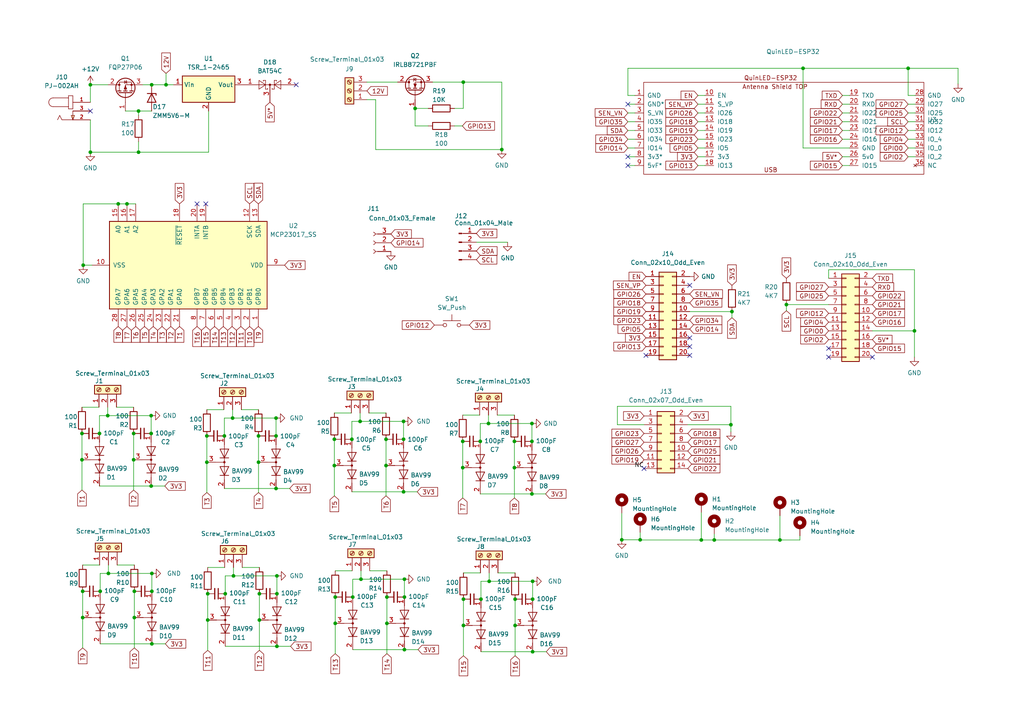
<source format=kicad_sch>
(kicad_sch (version 20211123) (generator eeschema)
  (paper "A4")
  (title_block (title "Alarm Panel") (rev "1.1c"))
  (lib_symbols
    (symbol "Connector:Conn_01x03_Female" (pin_names (offset 1.016) hide)
      (property "Reference" "J" (at 0 5.08 0))
      (property "Value" "Conn_01x03_Female" (at 0 -5.08 0))
      (symbol "Conn_01x03_Female_1_1"
        (pin passive line (at -5.08 2.54 0) (length 3.81) (name "Pin_1") (number "1"))
        (pin passive line (at -5.08 0 0) (length 3.81) (name "Pin_2") (number "2"))
        (pin passive line (at -5.08 -2.54 0) (length 3.81) (name "Pin_3") (number "3"))
      )
    )
    (symbol "Connector:Conn_01x04_Male" (pin_names (offset 1.016) hide)
      (property "Reference" "J" (at 0 5.08 0))
      (property "Value" "Conn_01x04_Male" (at 0 -7.62 0))
      (symbol "Conn_01x04_Male_1_1"
        (pin passive line (at 5.08 2.54 180) (length 3.81) (name "Pin_1") (number "1"))
        (pin passive line (at 5.08 0 180) (length 3.81) (name "Pin_2") (number "2"))
        (pin passive line (at 5.08 -2.54 180) (length 3.81) (name "Pin_3") (number "3"))
        (pin passive line (at 5.08 -5.08 180) (length 3.81) (name "Pin_4") (number "4"))
      )
    )
    (symbol "Connector:Screw_Terminal_01x03" (pin_names (offset 1.016) hide)
      (property "Reference" "J" (at 0 5.08 0))
      (property "Value" "Screw_Terminal_01x03" (at 0 -5.08 0))
      (symbol "Screw_Terminal_01x03_1_1"
        (pin passive line (at -5.08 2.54 0) (length 3.81) (name "Pin_1") (number "1"))
        (pin passive line (at -5.08 0 0) (length 3.81) (name "Pin_2") (number "2"))
        (pin passive line (at -5.08 -2.54 0) (length 3.81) (name "Pin_3") (number "3"))
      )
    )
    (symbol "Connector_Generic:Conn_02x07_Odd_Even" (pin_names (offset 1.016) hide)
      (property "Reference" "J" (at 1.27 10.16 0))
      (property "Value" "Conn_02x07_Odd_Even" (at 1.27 -10.16 0))
      (symbol "Conn_02x07_Odd_Even_1_1"
        (pin passive line (at -5.08 7.62 0) (length 3.81) (name "Pin_1") (number "1"))
        (pin passive line (at 7.62 -2.54 180) (length 3.81) (name "Pin_10") (number "10"))
        (pin passive line (at -5.08 -5.08 0) (length 3.81) (name "Pin_11") (number "11"))
        (pin passive line (at 7.62 -5.08 180) (length 3.81) (name "Pin_12") (number "12"))
        (pin passive line (at -5.08 -7.62 0) (length 3.81) (name "Pin_13") (number "13"))
        (pin passive line (at 7.62 -7.62 180) (length 3.81) (name "Pin_14") (number "14"))
        (pin passive line (at 7.62 7.62 180) (length 3.81) (name "Pin_2") (number "2"))
        (pin passive line (at -5.08 5.08 0) (length 3.81) (name "Pin_3") (number "3"))
        (pin passive line (at 7.62 5.08 180) (length 3.81) (name "Pin_4") (number "4"))
        (pin passive line (at -5.08 2.54 0) (length 3.81) (name "Pin_5") (number "5"))
        (pin passive line (at 7.62 2.54 180) (length 3.81) (name "Pin_6") (number "6"))
        (pin passive line (at -5.08 0 0) (length 3.81) (name "Pin_7") (number "7"))
        (pin passive line (at 7.62 0 180) (length 3.81) (name "Pin_8") (number "8"))
        (pin passive line (at -5.08 -2.54 0) (length 3.81) (name "Pin_9") (number "9"))
      )
    )
    (symbol "Connector_Generic:Conn_02x10_Odd_Even" (pin_names (offset 1.016) hide)
      (property "Reference" "J" (at 1.27 12.7 0))
      (property "Value" "Conn_02x10_Odd_Even" (at 1.27 -15.24 0))
      (symbol "Conn_02x10_Odd_Even_1_1"
        (pin passive line (at -5.08 10.16 0) (length 3.81) (name "Pin_1") (number "1"))
        (pin passive line (at 7.62 0 180) (length 3.81) (name "Pin_10") (number "10"))
        (pin passive line (at -5.08 -2.54 0) (length 3.81) (name "Pin_11") (number "11"))
        (pin passive line (at 7.62 -2.54 180) (length 3.81) (name "Pin_12") (number "12"))
        (pin passive line (at -5.08 -5.08 0) (length 3.81) (name "Pin_13") (number "13"))
        (pin passive line (at 7.62 -5.08 180) (length 3.81) (name "Pin_14") (number "14"))
        (pin passive line (at -5.08 -7.62 0) (length 3.81) (name "Pin_15") (number "15"))
        (pin passive line (at 7.62 -7.62 180) (length 3.81) (name "Pin_16") (number "16"))
        (pin passive line (at -5.08 -10.16 0) (length 3.81) (name "Pin_17") (number "17"))
        (pin passive line (at 7.62 -10.16 180) (length 3.81) (name "Pin_18") (number "18"))
        (pin passive line (at -5.08 -12.7 0) (length 3.81) (name "Pin_19") (number "19"))
        (pin passive line (at 7.62 10.16 180) (length 3.81) (name "Pin_2") (number "2"))
        (pin passive line (at 7.62 -12.7 180) (length 3.81) (name "Pin_20") (number "20"))
        (pin passive line (at -5.08 7.62 0) (length 3.81) (name "Pin_3") (number "3"))
        (pin passive line (at 7.62 7.62 180) (length 3.81) (name "Pin_4") (number "4"))
        (pin passive line (at -5.08 5.08 0) (length 3.81) (name "Pin_5") (number "5"))
        (pin passive line (at 7.62 5.08 180) (length 3.81) (name "Pin_6") (number "6"))
        (pin passive line (at -5.08 2.54 0) (length 3.81) (name "Pin_7") (number "7"))
        (pin passive line (at 7.62 2.54 180) (length 3.81) (name "Pin_8") (number "8"))
        (pin passive line (at -5.08 0 0) (length 3.81) (name "Pin_9") (number "9"))
      )
    )
    (symbol "Device:C_Small" (pin_numbers hide) (pin_names (offset 0.254) hide)
      (property "Reference" "C" (at 0.254 1.778 0))
      (property "Value" "C_Small" (at 0.254 -2.032 0))
      (symbol "C_Small_1_1"
        (pin passive line (at 0 2.54 270) (length 2.032) (name "~") (number "1"))
        (pin passive line (at 0 -2.54 90) (length 2.032) (name "~") (number "2"))
      )
    )
    (symbol "Device:R" (pin_numbers hide) (pin_names (offset 0))
      (property "Reference" "R" (at 2.032 0 90))
      (property "Value" "R" (at 0 0 90))
      (symbol "R_1_1"
        (pin passive line (at 0 3.81 270) (length 1.27) (name "~") (number "1"))
        (pin passive line (at 0 -3.81 90) (length 1.27) (name "~") (number "2"))
      )
    )
    (symbol "Diode:BAT54C" (pin_names (offset 1.016))
      (property "Reference" "D" (at 0.635 -3.81 0))
      (property "Value" "BAT54C" (at -6.35 3.175 0))
      (symbol "BAT54C_1_1"
        (pin passive line (at -7.62 0 0) (length 3.81) (name "~") (number "1"))
        (pin passive line (at 7.62 0 180) (length 3.81) (name "~") (number "2"))
        (pin passive line (at 0 -5.08 90) (length 5.08) (name "~") (number "3"))
      )
    )
    (symbol "Diode:BAV99" (pin_names hide)
      (property "Reference" "D" (at 0 5.08 0))
      (property "Value" "BAV99" (at 0 2.54 0))
      (symbol "BAV99_1_1"
        (pin passive line (at -7.62 0 0) (length 2.54) (name "K") (number "1"))
        (pin passive line (at 7.62 0 180) (length 2.54) (name "A") (number "2"))
        (pin passive line (at 0 -5.08 90) (length 2.54) (name "K") (number "3"))
      )
    )
    (symbol "Diode:BZV55C10" (pin_numbers hide) (pin_names hide)
      (property "Reference" "D" (at 0 2.54 0))
      (property "Value" "BZV55C10" (at 0 -2.54 0))
      (symbol "BZV55C10_1_1"
        (pin passive line (at -3.81 0 0) (length 2.54) (name "K") (number "1"))
        (pin passive line (at 3.81 0 180) (length 2.54) (name "A") (number "2"))
      )
    )
    (symbol "Interface_Expansion:MCP23017_SP" (pin_names (offset 1.016))
      (property "Reference" "U" (at -11.43 24.13 0))
      (property "Value" "MCP23017_SP" (at 0 0 0))
      (symbol "MCP23017_SP_1_1"
        (pin bidirectional line (at 17.78 20.32 180) (length 5.08) (name "GPB0") (number "1"))
        (pin power_in line (at 0 -27.94 90) (length 5.08) (name "VSS") (number "10"))
        (pin no_connect line (at -12.7 15.24 0) (length 5.08) hide (name "NC") (number "11"))
        (pin input line (at -17.78 17.78 0) (length 5.08) (name "SCK") (number "12"))
        (pin bidirectional line (at -17.78 20.32 0) (length 5.08) (name "SDA") (number "13"))
        (pin no_connect line (at -12.7 12.7 0) (length 5.08) hide (name "NC") (number "14"))
        (pin input line (at -17.78 -20.32 0) (length 5.08) (name "A0") (number "15"))
        (pin input line (at -17.78 -17.78 0) (length 5.08) (name "A1") (number "16"))
        (pin input line (at -17.78 -15.24 0) (length 5.08) (name "A2") (number "17"))
        (pin input line (at -17.78 -2.54 0) (length 5.08) (name "~{RESET}") (number "18"))
        (pin tri_state line (at -17.78 5.08 0) (length 5.08) (name "INTB") (number "19"))
        (pin bidirectional line (at 17.78 17.78 180) (length 5.08) (name "GPB1") (number "2"))
        (pin tri_state line (at -17.78 2.54 0) (length 5.08) (name "INTA") (number "20"))
        (pin bidirectional line (at 17.78 -2.54 180) (length 5.08) (name "GPA0") (number "21"))
        (pin bidirectional line (at 17.78 -5.08 180) (length 5.08) (name "GPA1") (number "22"))
        (pin bidirectional line (at 17.78 -7.62 180) (length 5.08) (name "GPA2") (number "23"))
        (pin bidirectional line (at 17.78 -10.16 180) (length 5.08) (name "GPA3") (number "24"))
        (pin bidirectional line (at 17.78 -12.7 180) (length 5.08) (name "GPA4") (number "25"))
        (pin bidirectional line (at 17.78 -15.24 180) (length 5.08) (name "GPA5") (number "26"))
        (pin bidirectional line (at 17.78 -17.78 180) (length 5.08) (name "GPA6") (number "27"))
        (pin bidirectional line (at 17.78 -20.32 180) (length 5.08) (name "GPA7") (number "28"))
        (pin bidirectional line (at 17.78 15.24 180) (length 5.08) (name "GPB2") (number "3"))
        (pin bidirectional line (at 17.78 12.7 180) (length 5.08) (name "GPB3") (number "4"))
        (pin bidirectional line (at 17.78 10.16 180) (length 5.08) (name "GPB4") (number "5"))
        (pin bidirectional line (at 17.78 7.62 180) (length 5.08) (name "GPB5") (number "6"))
        (pin bidirectional line (at 17.78 5.08 180) (length 5.08) (name "GPB6") (number "7"))
        (pin bidirectional line (at 17.78 2.54 180) (length 5.08) (name "GPB7") (number "8"))
        (pin power_in line (at 0 27.94 270) (length 5.08) (name "VDD") (number "9"))
      )
    )
    (symbol "Mechanical:MountingHole_Pad" (pin_numbers hide) (pin_names (offset 1.016) hide)
      (property "Reference" "H" (at 0 6.35 0))
      (property "Value" "MountingHole_Pad" (at 0 4.445 0))
      (symbol "MountingHole_Pad_1_1"
        (pin input line (at 0 -2.54 90) (length 2.54) (name "1") (number "1"))
      )
    )
    (symbol "PJ-002AH:PJ-002AH" (pin_names (offset 1.016) hide)
      (property "Reference" "J" (at -7.62 5.08 0))
      (property "Value" "PJ-002AH" (at -7.62 -5.08 0))
      (symbol "PJ-002AH_0_0"
        (pin passive line (at 5.08 2.54 180) (length 5.08) (name "~") (number "1"))
        (pin passive line (at 5.08 -2.54 180) (length 5.08) (name "~") (number "2"))
        (pin passive line (at 5.08 0 180) (length 5.08) (name "~") (number "3"))
      )
    )
    (symbol "QuinLED-ESP32:QuinLED-ESP32" (pin_names (offset 1.016))
      (property "Reference" "U" (at 58.42 -12.7 0))
      (property "Value" "QuinLED-ESP32" (at 58.42 -7.62 0))
      (symbol "QuinLED-ESP32_0_0"
        (text "Antenna Shield TOP" (at 59.69 -5.08 0) (effects (font (size 1.27 1.27))))
        (text "QuinLED-ESP32" (at 58.42 -2.54 0) (effects (font (size 1.27 1.27))))
        (text "USB" (at 58.42 -29.21 0) (effects (font (size 1.27 1.27))))
      )
      (symbol "QuinLED-ESP32_1_1"
        (pin bidirectional line (at 19.05 -7.62 0) (length 2.54) (name "GND") (number "1"))
        (pin input line (at 39.37 -7.62 0) (length 2.54) (name "EN") (number "10"))
        (pin input line (at 39.37 -10.16 0) (length 2.54) (name "S_VP") (number "11"))
        (pin bidirectional line (at 39.37 -12.7 0) (length 2.54) (name "IO26") (number "12"))
        (pin bidirectional line (at 39.37 -15.24 0) (length 2.54) (name "IO18") (number "13"))
        (pin bidirectional line (at 39.37 -17.78 0) (length 2.54) (name "IO19") (number "14"))
        (pin bidirectional line (at 39.37 -20.32 0) (length 2.54) (name "IO23") (number "15"))
        (pin bidirectional line (at 39.37 -22.86 0) (length 2.54) (name "IO5") (number "16"))
        (pin output line (at 39.37 -25.4 0) (length 2.54) (name "3v3") (number "17"))
        (pin bidirectional line (at 39.37 -27.94 0) (length 2.54) (name "IO13") (number "18"))
        (pin output line (at 81.28 -7.62 0) (length 2.54) (name "TXD") (number "19"))
        (pin bidirectional line (at 19.05 -10.16 0) (length 2.54) (name "GND*") (number "2"))
        (pin input line (at 81.28 -10.16 0) (length 2.54) (name "RXD") (number "20"))
        (pin bidirectional line (at 81.28 -12.7 0) (length 2.54) (name "IO22") (number "21"))
        (pin bidirectional line (at 81.28 -15.24 0) (length 2.54) (name "IO21") (number "22"))
        (pin bidirectional line (at 81.28 -17.78 0) (length 2.54) (name "IO17") (number "23"))
        (pin bidirectional line (at 81.28 -20.32 0) (length 2.54) (name "IO16") (number "24"))
        (pin bidirectional line (at 81.28 -22.86 0) (length 2.54) (name "GND") (number "25"))
        (pin input line (at 81.28 -25.4 0) (length 2.54) (name "5v0") (number "26"))
        (pin bidirectional line (at 81.28 -27.94 0) (length 2.54) (name "IO15") (number "27"))
        (pin bidirectional line (at 100.33 -7.62 0) (length 2.54) (name "GND") (number "28"))
        (pin bidirectional line (at 100.33 -10.16 0) (length 2.54) (name "IO27") (number "29"))
        (pin input line (at 19.05 -12.7 0) (length 2.54) (name "S_VN") (number "3"))
        (pin bidirectional line (at 100.33 -12.7 0) (length 2.54) (name "IO25") (number "30"))
        (pin bidirectional line (at 100.33 -15.24 0) (length 2.54) (name "IO32") (number "31"))
        (pin bidirectional line (at 100.33 -17.78 0) (length 2.54) (name "IO12") (number "32"))
        (pin bidirectional line (at 100.33 -20.32 0) (length 2.54) (name "IO_4") (number "33"))
        (pin bidirectional line (at 100.33 -22.86 0) (length 2.54) (name "IO_0") (number "34"))
        (pin bidirectional line (at 100.33 -25.4 0) (length 2.54) (name "IO_2") (number "35"))
        (pin no_connect line (at 100.33 -27.94 0) (length 2.54) (name "NC") (number "36"))
        (pin bidirectional line (at 19.05 -15.24 0) (length 2.54) (name "IO35") (number "4"))
        (pin bidirectional line (at 19.05 -17.78 0) (length 2.54) (name "IO33") (number "5"))
        (pin bidirectional line (at 19.05 -20.32 0) (length 2.54) (name "IO34") (number "6"))
        (pin bidirectional line (at 19.05 -22.86 0) (length 2.54) (name "IO14") (number "7"))
        (pin output line (at 19.05 -25.4 0) (length 2.54) (name "3v3*") (number "8"))
        (pin output line (at 19.05 -27.94 0) (length 2.54) (name "5vF*") (number "9"))
      )
    )
    (symbol "Regulator_Switching:TSR_1-2465"
      (property "Reference" "U" (at -7.62 6.35 0))
      (property "Value" "TSR_1-2465" (at -1.27 6.35 0))
      (symbol "TSR_1-2465_1_1"
        (pin power_in line (at -10.16 2.54 0) (length 2.54) (name "Vin") (number "1"))
        (pin power_in line (at 0 -5.08 90) (length 2.54) (name "GND") (number "2"))
        (pin power_out line (at 10.16 2.54 180) (length 2.54) (name "Vout") (number "3"))
      )
    )
    (symbol "Switch:SW_Push" (pin_numbers hide) (pin_names (offset 1.016) hide)
      (property "Reference" "SW" (at 1.27 2.54 0))
      (property "Value" "SW_Push" (at 0 -1.524 0))
      (symbol "SW_Push_0_1"
        (pin passive line (at -5.08 0 0) (length 2.54) (name "1") (number "1"))
        (pin passive line (at 5.08 0 180) (length 2.54) (name "2") (number "2"))
      )
    )
    (symbol "Transistor_FET:FQP27P06" (pin_names hide)
      (property "Reference" "Q" (at 5.08 1.905 0))
      (property "Value" "FQP27P06" (at 5.08 0 0))
      (symbol "FQP27P06_1_1"
        (pin input line (at -5.08 0 0) (length 2.54) (name "G") (number "1"))
        (pin passive line (at 2.54 5.08 270) (length 2.54) (name "D") (number "2"))
        (pin passive line (at 2.54 -5.08 90) (length 2.54) (name "S") (number "3"))
      )
    )
    (symbol "Transistor_FET:IRLB8721PBF" (pin_names hide)
      (property "Reference" "Q" (at 6.35 1.905 0))
      (property "Value" "IRLB8721PBF" (at 6.35 0 0))
      (symbol "IRLB8721PBF_1_1"
        (pin input line (at -5.08 0 0) (length 2.54) (name "G") (number "1"))
        (pin passive line (at 2.54 5.08 270) (length 2.54) (name "D") (number "2"))
        (pin passive line (at 2.54 -5.08 90) (length 2.54) (name "S") (number "3"))
      )
    )
    (symbol "power:+12V" (power) (pin_names (offset 0))
      (property "Value" "+12V" (at 0 3.556 0))
      (symbol "+12V_1_1"
        (pin power_in line (at 0 0 90) (length 0) hide (name "+12V") (number "1"))
      )
    )
    (symbol "power:GND" (power) (pin_names (offset 0))
      (property "Value" "GND" (at 0 -3.81 0))
      (symbol "GND_1_1"
        (pin power_in line (at 0 0 270) (length 0) hide (name "GND") (number "1"))
      )
    )
  )
  (junction (at 232.918 19.812))
  (junction (at 26.2128 24.5872))
  (junction (at 43.8404 140.97))
  (junction (at 26.2128 44.1452))
  (junction (at 40.1828 32.2072))
  (junction (at 67.7164 167.0304))
  (junction (at 36.83 59.1312))
  (junction (at 80.0608 126.4412))
  (junction (at 74.9808 134.0612))
  (junction (at 154.4828 173.7868))
  (junction (at 149.4028 181.4068))
  (junction (at 117.2972 173.1772))
  (junction (at 23.7744 125.73))
  (junction (at 226.2124 156.6164))
  (junction (at 154.4828 189.0268))
  (junction (at 141.6812 122.8344))
  (junction (at 38.9636 179.1208))
  (junction (at 149.1996 128.016))
  (junction (at 43.8404 125.73))
  (junction (at 60.2488 179.832))
  (junction (at 104.4448 122.2248))
  (junction (at 40.1828 44.1452))
  (junction (at 117.2972 167.9956))
  (junction (at 117.2972 188.4172))
  (junction (at 112.2172 180.7972))
  (junction (at 207.1624 156.6164))
  (junction (at 97.2312 180.7972))
  (junction (at 29.0576 171.5008))
  (junction (at 111.9632 127.4064))
  (junction (at 96.9772 127.4064))
  (junction (at 34.29 59.1312))
  (junction (at 139.4968 173.7868))
  (junction (at 44.0436 171.5008))
  (junction (at 67.4624 121.2596))
  (junction (at 154.2796 122.8344))
  (junction (at 80.3148 167.0304))
  (junction (at 59.9948 126.4412))
  (junction (at 44.0436 166.3192))
  (junction (at 149.1996 135.636))
  (junction (at 102.3112 173.1772))
  (junction (at 75.2348 172.212))
  (junction (at 43.8404 120.5484))
  (junction (at 154.4828 168.6052))
  (junction (at 28.8544 125.73))
  (junction (at 65.3288 172.212))
  (junction (at 80.0608 141.6812))
  (junction (at 212.2932 90.3732))
  (junction (at 31.242 120.5484))
  (junction (at 74.9808 126.4412))
  (junction (at 23.9776 179.1208))
  (junction (at 24.13 76.9112))
  (junction (at 38.7604 125.73))
  (junction (at 117.0432 122.2248))
  (junction (at 48.1584 24.5872))
  (junction (at 211.9884 123.19))
  (junction (at 60.2488 172.212))
  (junction (at 80.0608 121.2596))
  (junction (at 141.8844 168.6052))
  (junction (at 228.092 88.3412))
  (junction (at 139.2936 128.016))
  (junction (at 134.2136 128.016))
  (junction (at 185.674 156.5656))
  (junction (at 134.4168 173.7868))
  (junction (at 59.9948 134.0612))
  (junction (at 203.4032 156.6164))
  (junction (at 31.4452 166.3192))
  (junction (at 23.9776 171.5008))
  (junction (at 38.9636 171.5008))
  (junction (at 97.2312 173.1772))
  (junction (at 112.2172 173.1772))
  (junction (at 96.9772 135.0264))
  (junction (at 154.2796 128.016))
  (junction (at 134.4168 181.4068))
  (junction (at 134.2136 135.636))
  (junction (at 263.398 19.812))
  (junction (at 180.34 156.5656))
  (junction (at 75.2348 179.832))
  (junction (at 154.2796 143.256))
  (junction (at 265.2268 95.9612))
  (junction (at 102.0572 127.4064))
  (junction (at 23.7744 133.35))
  (junction (at 117.0432 127.4064))
  (junction (at 104.6988 167.9956))
  (junction (at 111.9632 135.0264))
  (junction (at 134.366 23.8252))
  (junction (at 120.396 31.4452))
  (junction (at 80.3148 172.212))
  (junction (at 43.9928 24.5872))
  (junction (at 149.4028 173.7868))
  (junction (at 44.0436 186.7408))
  (junction (at 38.7604 133.35))
  (junction (at 65.0748 126.4412))
  (junction (at 80.3148 187.452))
  (junction (at 145.542 43.3832))
  (junction (at 117.0432 142.6464))
  (no_connect (at 187.3504 103.0732))
  (no_connect (at 200.0504 97.9932))
  (no_connect (at 182.118 45.466))
  (no_connect (at 200.0504 103.0732))
  (no_connect (at 26.2128 32.2072))
  (no_connect (at 182.118 30.226))
  (no_connect (at 186.7916 135.89))
  (no_connect (at 85.9028 24.5872))
  (no_connect (at 182.118 48.006))
  (no_connect (at 240.3348 101.0412))
  (no_connect (at 200.0504 82.7532))
  (no_connect (at 253.0348 103.5812))
  (no_connect (at 59.69 59.1312))
  (no_connect (at 57.15 59.1312))
  (no_connect (at 240.3348 103.5812))
  (no_connect (at 200.0504 100.5332))
  (wire (pts (xy 111.9632 135.0264) (xy 111.9632 127.4064)))
  (wire (pts (xy 112.2172 189.5856) (xy 112.2172 180.7972)))
  (wire (pts (xy 24.13 76.9112) (xy 26.67 76.9112)))
  (wire (pts (xy 96.9772 135.0264) (xy 96.9772 127.4064)))
  (wire (pts (xy 80.0608 141.6812) (xy 65.0748 141.6812)))
  (wire (pts (xy 244.348 27.686) (xy 246.38 27.686)))
  (wire (pts (xy 244.348 40.386) (xy 246.38 40.386)))
  (wire (pts (xy 26.2128 24.5872) (xy 26.2128 29.6672)))
  (wire (pts (xy 182.118 32.766) (xy 184.15 32.766)))
  (wire (pts (xy 180.34 156.5656) (xy 185.674 156.5656)))
  (wire (pts (xy 44.0436 186.7408) (xy 29.0576 186.7408)))
  (wire (pts (xy 23.9776 187.9092) (xy 23.9776 179.1208)))
  (wire (pts (xy 180.34 148.7932) (xy 180.34 156.5656)))
  (wire (pts (xy 108.966 43.3832) (xy 145.542 43.3832)))
  (wire (pts (xy 120.396 31.4452) (xy 120.396 36.5252)))
  (wire (pts (xy 31.242 120.5484) (xy 28.8544 120.5484)))
  (wire (pts (xy 43.8404 125.73) (xy 43.8404 120.5484)))
  (wire (pts (xy 232.918 19.812) (xy 232.918 42.926)))
  (wire (pts (xy 232.918 42.926) (xy 246.38 42.926)))
  (wire (pts (xy 149.4028 181.4068) (xy 149.4028 173.7868)))
  (wire (pts (xy 182.118 19.812) (xy 182.118 27.686)))
  (wire (pts (xy 39.37 59.1312) (xy 36.83 59.1312)))
  (wire (pts (xy 38.9636 187.9092) (xy 38.9636 179.1208)))
  (wire (pts (xy 240.3348 80.7212) (xy 240.3348 78.232)))
  (wire (pts (xy 263.398 19.812) (xy 277.876 19.812)))
  (wire (pts (xy 70.0024 118.8212) (xy 74.9808 118.8212)))
  (wire (pts (xy 202.438 27.686) (xy 204.47 27.686)))
  (wire (pts (xy 202.438 42.926) (xy 204.47 42.926)))
  (wire (pts (xy 202.438 45.466) (xy 204.47 45.466)))
  (wire (pts (xy 40.1828 32.2072) (xy 40.1828 33.4772)))
  (wire (pts (xy 212.2932 90.3732) (xy 212.2932 92.1512)))
  (wire (pts (xy 59.9948 134.0612) (xy 59.9948 126.4412)))
  (wire (pts (xy 28.9052 163.8808) (xy 23.9776 163.8808)))
  (wire (pts (xy 182.118 48.006) (xy 184.15 48.006)))
  (wire (pts (xy 182.118 45.466) (xy 184.15 45.466)))
  (wire (pts (xy 211.9884 117.856) (xy 211.9884 123.19)))
  (wire (pts (xy 26.2128 24.5872) (xy 31.2928 24.5872)))
  (wire (pts (xy 228.092 88.3412) (xy 228.092 90.1192)))
  (wire (pts (xy 48.1584 21.2852) (xy 48.1584 24.5872)))
  (wire (pts (xy 202.438 35.306) (xy 204.47 35.306)))
  (wire (pts (xy 202.438 30.226) (xy 204.47 30.226)))
  (wire (pts (xy 65.0748 126.4412) (xy 65.0748 121.2596)))
  (wire (pts (xy 24.13 59.1312) (xy 24.13 76.9112)))
  (wire (pts (xy 28.8544 140.97) (xy 43.8404 140.97)))
  (wire (pts (xy 24.13 59.1312) (xy 34.29 59.1312)))
  (wire (pts (xy 141.8844 168.6052) (xy 154.4828 168.6052)))
  (wire (pts (xy 232.0036 155.3972) (xy 232.0036 156.6164)))
  (wire (pts (xy 41.4528 24.5872) (xy 43.9928 24.5872)))
  (wire (pts (xy 64.9224 118.8212) (xy 59.9948 118.8212)))
  (wire (pts (xy 134.2136 135.636) (xy 134.2136 128.016)))
  (wire (pts (xy 263.398 42.926) (xy 265.43 42.926)))
  (wire (pts (xy 211.9884 123.19) (xy 199.4916 123.19)))
  (wire (pts (xy 74.9808 134.0612) (xy 74.9808 126.4412)))
  (wire (pts (xy 23.7744 142.1384) (xy 23.7744 133.35)))
  (wire (pts (xy 97.2312 180.7972) (xy 97.2312 173.1772)))
  (wire (pts (xy 117.0432 127.4064) (xy 117.0432 122.2248)))
  (wire (pts (xy 80.0608 126.4412) (xy 80.0608 121.2596)))
  (wire (pts (xy 125.476 23.8252) (xy 134.366 23.8252)))
  (wire (pts (xy 112.2172 180.7972) (xy 112.2172 173.1772)))
  (wire (pts (xy 65.3288 172.212) (xy 65.3288 167.0304)))
  (wire (pts (xy 149.1996 144.4244) (xy 149.1996 135.636)))
  (wire (pts (xy 75.2348 179.832) (xy 75.2348 172.212)))
  (wire (pts (xy 182.118 35.306) (xy 184.15 35.306)))
  (wire (pts (xy 265.2268 95.9612) (xy 265.2268 103.5812)))
  (wire (pts (xy 202.438 37.846) (xy 204.47 37.846)))
  (wire (pts (xy 102.1588 165.5572) (xy 97.2312 165.5572)))
  (wire (pts (xy 74.9808 142.8496) (xy 74.9808 134.0612)))
  (wire (pts (xy 202.438 32.766) (xy 204.47 32.766)))
  (wire (pts (xy 60.5028 32.2072) (xy 60.5028 44.1452)))
  (wire (pts (xy 263.398 32.766) (xy 265.43 32.766)))
  (wire (pts (xy 48.1584 24.5872) (xy 50.3428 24.5872)))
  (wire (pts (xy 138.176 70.2564) (xy 147.2184 70.2564)))
  (wire (pts (xy 182.118 30.226) (xy 184.15 30.226)))
  (wire (pts (xy 185.674 154.3812) (xy 185.674 156.5656)))
  (wire (pts (xy 182.118 40.386) (xy 184.15 40.386)))
  (wire (pts (xy 108.966 28.9052) (xy 108.966 43.3832)))
  (wire (pts (xy 141.8844 168.6052) (xy 139.4968 168.6052)))
  (wire (pts (xy 117.0432 142.6464) (xy 121.0056 142.6464)))
  (wire (pts (xy 23.9776 179.1208) (xy 23.9776 171.5008)))
  (wire (pts (xy 139.2936 143.256) (xy 154.2796 143.256)))
  (wire (pts (xy 244.348 45.466) (xy 246.38 45.466)))
  (wire (pts (xy 203.4032 148.59) (xy 203.4032 156.6164)))
  (wire (pts (xy 145.542 23.8252) (xy 145.542 43.3832)))
  (wire (pts (xy 244.348 48.006) (xy 246.38 48.006)))
  (wire (pts (xy 43.8404 140.97) (xy 47.8028 140.97)))
  (wire (pts (xy 144.2212 120.396) (xy 149.1996 120.396)))
  (wire (pts (xy 70.2564 164.592) (xy 75.2348 164.592)))
  (wire (pts (xy 265.2268 95.9612) (xy 253.0348 95.9612)))
  (wire (pts (xy 139.3444 166.1668) (xy 134.4168 166.1668)))
  (wire (pts (xy 107.2388 165.5572) (xy 112.2172 165.5572)))
  (wire (pts (xy 43.9928 24.5872) (xy 48.1584 24.5872)))
  (wire (pts (xy 117.2972 173.1772) (xy 117.2972 167.9956)))
  (wire (pts (xy 226.2124 149.5552) (xy 226.2124 156.6164)))
  (wire (pts (xy 40.1828 32.2072) (xy 43.9928 32.2072)))
  (wire (pts (xy 40.1828 41.0972) (xy 40.1828 44.1452)))
  (wire (pts (xy 154.4828 173.7868) (xy 154.4828 168.6052)))
  (wire (pts (xy 80.3148 187.452) (xy 84.2772 187.452)))
  (wire (pts (xy 84.0232 141.6812) (xy 80.0608 141.6812)))
  (wire (pts (xy 104.4448 122.2248) (xy 117.0432 122.2248)))
  (wire (pts (xy 59.9948 142.8496) (xy 59.9948 134.0612)))
  (wire (pts (xy 44.0436 171.5008) (xy 44.0436 166.3192)))
  (wire (pts (xy 102.3112 188.4172) (xy 117.2972 188.4172)))
  (wire (pts (xy 120.396 31.4452) (xy 124.206 31.4452)))
  (wire (pts (xy 28.8544 125.73) (xy 28.8544 120.5484)))
  (wire (pts (xy 28.702 118.11) (xy 23.7744 118.11)))
  (wire (pts (xy 134.366 23.8252) (xy 145.542 23.8252)))
  (wire (pts (xy 154.2796 128.016) (xy 154.2796 122.8344)))
  (wire (pts (xy 211.9884 117.856) (xy 179.07 117.856)))
  (wire (pts (xy 67.4624 121.2596) (xy 80.0608 121.2596)))
  (wire (pts (xy 134.4168 181.4068) (xy 134.4168 173.7868)))
  (wire (pts (xy 101.9048 119.7864) (xy 96.9772 119.7864)))
  (wire (pts (xy 67.7164 167.0304) (xy 80.3148 167.0304)))
  (wire (pts (xy 263.398 45.466) (xy 265.43 45.466)))
  (wire (pts (xy 36.3728 32.2072) (xy 40.1828 32.2072)))
  (wire (pts (xy 182.118 19.812) (xy 232.918 19.812)))
  (wire (pts (xy 26.2128 34.7472) (xy 26.2128 44.1452)))
  (wire (pts (xy 96.9772 143.8148) (xy 96.9772 135.0264)))
  (wire (pts (xy 211.9884 123.19) (xy 211.9884 125.222)))
  (wire (pts (xy 244.348 32.766) (xy 246.38 32.766)))
  (wire (pts (xy 33.9852 163.8808) (xy 38.9636 163.8808)))
  (wire (pts (xy 182.118 27.686) (xy 184.15 27.686)))
  (wire (pts (xy 31.4452 166.3192) (xy 44.0436 166.3192)))
  (wire (pts (xy 29.0576 171.5008) (xy 29.0576 166.3192)))
  (wire (pts (xy 182.118 42.926) (xy 184.15 42.926)))
  (wire (pts (xy 65.1764 164.592) (xy 60.2488 164.592)))
  (wire (pts (xy 106.9848 119.7864) (xy 111.9632 119.7864)))
  (wire (pts (xy 31.242 120.5484) (xy 31.242 118.11)))
  (wire (pts (xy 111.9632 143.8148) (xy 111.9632 135.0264)))
  (wire (pts (xy 106.426 28.9052) (xy 108.966 28.9052)))
  (wire (pts (xy 200.0504 90.3732) (xy 212.2932 90.3732)))
  (wire (pts (xy 141.8844 168.6052) (xy 141.8844 166.1668)))
  (wire (pts (xy 139.2936 128.016) (xy 139.2936 122.8344)))
  (wire (pts (xy 263.398 37.846) (xy 265.43 37.846)))
  (wire (pts (xy 31.242 120.5484) (xy 43.8404 120.5484)))
  (wire (pts (xy 265.2268 78.232) (xy 240.3348 78.232)))
  (wire (pts (xy 232.918 19.812) (xy 263.398 19.812)))
  (wire (pts (xy 104.4448 119.7864) (xy 104.4448 122.2248)))
  (wire (pts (xy 182.118 37.846) (xy 184.15 37.846)))
  (wire (pts (xy 144.4244 166.1668) (xy 149.4028 166.1668)))
  (wire (pts (xy 139.4968 189.0268) (xy 154.4828 189.0268)))
  (wire (pts (xy 134.2136 144.4244) (xy 134.2136 135.636)))
  (wire (pts (xy 134.366 31.4452) (xy 134.366 23.8252)))
  (wire (pts (xy 203.4032 156.6164) (xy 185.674 156.6164)))
  (wire (pts (xy 186.7916 123.19) (xy 179.07 123.19)))
  (wire (pts (xy 38.9636 179.1208) (xy 38.9636 171.5008)))
  (wire (pts (xy 207.1624 156.6164) (xy 203.4032 156.6164)))
  (wire (pts (xy 263.398 40.386) (xy 265.43 40.386)))
  (wire (pts (xy 179.07 123.19) (xy 179.07 117.856)))
  (wire (pts (xy 207.1624 154.94) (xy 207.1624 156.6164)))
  (wire (pts (xy 134.4168 190.1952) (xy 134.4168 181.4068)))
  (wire (pts (xy 244.348 37.846) (xy 246.38 37.846)))
  (wire (pts (xy 23.7744 133.35) (xy 23.7744 125.73)))
  (wire (pts (xy 67.7164 167.0304) (xy 65.3288 167.0304)))
  (wire (pts (xy 65.3288 187.452) (xy 80.3148 187.452)))
  (wire (pts (xy 31.4452 166.3192) (xy 31.4452 163.8808)))
  (wire (pts (xy 47.9552 186.7408) (xy 44.0436 186.7408)))
  (wire (pts (xy 265.2268 95.9612) (xy 265.2268 78.232)))
  (wire (pts (xy 141.6812 122.8344) (xy 154.2796 122.8344)))
  (wire (pts (xy 34.29 59.1312) (xy 36.83 59.1312)))
  (wire (pts (xy 154.2796 143.256) (xy 158.242 143.256)))
  (wire (pts (xy 60.5028 44.1452) (xy 40.1828 44.1452)))
  (wire (pts (xy 154.4828 189.0268) (xy 158.4452 189.0268)))
  (wire (pts (xy 131.826 36.5252) (xy 134.112 36.5252)))
  (wire (pts (xy 104.6988 167.9956) (xy 117.2972 167.9956)))
  (wire (pts (xy 263.398 19.812) (xy 263.398 27.686)))
  (wire (pts (xy 80.3148 172.212) (xy 80.3148 167.0304)))
  (wire (pts (xy 141.6812 122.8344) (xy 141.6812 120.396)))
  (wire (pts (xy 263.398 35.306) (xy 265.43 35.306)))
  (wire (pts (xy 38.7604 142.1384) (xy 38.7604 133.35)))
  (wire (pts (xy 228.092 88.3412) (xy 240.3348 88.3412)))
  (wire (pts (xy 149.4028 190.1952) (xy 149.4028 181.4068)))
  (wire (pts (xy 244.348 30.226) (xy 246.38 30.226)))
  (wire (pts (xy 202.438 48.006) (xy 204.47 48.006)))
  (wire (pts (xy 67.7164 167.0304) (xy 67.7164 164.592)))
  (wire (pts (xy 149.1996 135.636) (xy 149.1996 128.016)))
  (wire (pts (xy 202.438 40.386) (xy 204.47 40.386)))
  (wire (pts (xy 232.0036 156.6164) (xy 226.2124 156.6164)))
  (wire (pts (xy 263.398 30.226) (xy 265.43 30.226)))
  (wire (pts (xy 26.2128 44.1452) (xy 40.1828 44.1452)))
  (wire (pts (xy 60.2488 188.6204) (xy 60.2488 179.832)))
  (wire (pts (xy 31.4452 166.3192) (xy 29.0576 166.3192)))
  (wire (pts (xy 67.4624 121.2596) (xy 67.4624 118.8212)))
  (wire (pts (xy 244.348 35.306) (xy 246.38 35.306)))
  (wire (pts (xy 102.3112 173.1772) (xy 102.3112 167.9956)))
  (wire (pts (xy 117.2972 188.4172) (xy 121.2596 188.4172)))
  (wire (pts (xy 75.2348 188.6204) (xy 75.2348 179.832)))
  (wire (pts (xy 38.7604 133.35) (xy 38.7604 125.73)))
  (wire (pts (xy 104.4448 122.2248) (xy 102.0572 122.2248)))
  (wire (pts (xy 185.674 156.5656) (xy 185.674 156.6164)))
  (wire (pts (xy 38.7604 118.11) (xy 33.782 118.11)))
  (wire (pts (xy 141.6812 122.8344) (xy 139.2936 122.8344)))
  (wire (pts (xy 226.2124 156.6164) (xy 207.1624 156.6164)))
  (wire (pts (xy 67.4624 121.2596) (xy 65.0748 121.2596)))
  (wire (pts (xy 277.876 19.812) (xy 277.876 24.3332)))
  (wire (pts (xy 97.2312 189.5856) (xy 97.2312 180.7972)))
  (wire (pts (xy 104.6988 167.9956) (xy 104.6988 165.5572)))
  (wire (pts (xy 60.2488 179.832) (xy 60.2488 172.212)))
  (wire (pts (xy 139.1412 120.396) (xy 134.2136 120.396)))
  (wire (pts (xy 120.396 36.5252) (xy 124.206 36.5252)))
  (wire (pts (xy 102.0572 142.6464) (xy 117.0432 142.6464)))
  (wire (pts (xy 131.826 31.4452) (xy 134.366 31.4452)))
  (wire (pts (xy 265.43 27.686) (xy 263.398 27.686)))
  (wire (pts (xy 139.4968 173.7868) (xy 139.4968 168.6052)))
  (wire (pts (xy 104.6988 167.9956) (xy 102.3112 167.9956)))
  (wire (pts (xy 106.426 23.8252) (xy 115.316 23.8252)))
  (wire (pts (xy 102.0572 127.4064) (xy 102.0572 122.2248)))
  (label "NC" (at 186.7916 135.89 180))
  (global_label "GPIO13" (shape input) (at 134.112 36.5252 0) (property "Intersheet References" "${INTERSHEET_REFS}" (effects hide)))
  (global_label "GPIO25" (shape input) (at 240.3348 85.8012 180) (property "Intersheet References" "${INTERSHEET_REFS}" (effects hide)))
  (global_label "T3" (shape input) (at 59.9948 142.8496 270) (property "Intersheet References" "${INTERSHEET_REFS}" (effects hide)))
  (global_label "GPIO23" (shape input) (at 186.7916 125.73 180) (property "Intersheet References" "${INTERSHEET_REFS}" (effects hide)))
  (global_label "SCL" (shape input) (at 228.092 90.1192 270) (property "Intersheet References" "${INTERSHEET_REFS}" (effects hide)))
  (global_label "3V3" (shape input) (at 113.3856 67.8688 0) (property "Intersheet References" "${INTERSHEET_REFS}" (effects hide)))
  (global_label "T10" (shape input) (at 38.9636 187.9092 270) (property "Intersheet References" "${INTERSHEET_REFS}" (effects hide)))
  (global_label "TXD" (shape input) (at 253.0348 80.7212 0) (property "Intersheet References" "${INTERSHEET_REFS}" (effects hide)))
  (global_label "3V3" (shape input) (at 121.0056 142.6464 0) (property "Intersheet References" "${INTERSHEET_REFS}" (effects hide)))
  (global_label "SCL" (shape input) (at 72.39 59.1312 90) (property "Intersheet References" "${INTERSHEET_REFS}" (effects hide)))
  (global_label "GPIO21" (shape input) (at 253.0348 88.3412 0) (property "Intersheet References" "${INTERSHEET_REFS}" (effects hide)))
  (global_label "3V3" (shape input) (at 121.2596 188.4172 0) (property "Intersheet References" "${INTERSHEET_REFS}" (effects hide)))
  (global_label "GPIO17" (shape input) (at 199.4916 128.27 0) (property "Intersheet References" "${INTERSHEET_REFS}" (effects hide)))
  (global_label "T4" (shape input) (at 44.45 94.6912 270) (property "Intersheet References" "${INTERSHEET_REFS}" (effects hide)))
  (global_label "3V3" (shape input) (at 82.55 76.9112 0) (property "Intersheet References" "${INTERSHEET_REFS}" (effects hide)))
  (global_label "GPIO21" (shape input) (at 244.348 35.306 180) (property "Intersheet References" "${INTERSHEET_REFS}" (effects hide)))
  (global_label "GPIO35" (shape input) (at 200.0504 87.8332 0) (property "Intersheet References" "${INTERSHEET_REFS}" (effects hide)))
  (global_label "GPIO4" (shape input) (at 263.398 40.386 180) (property "Intersheet References" "${INTERSHEET_REFS}" (effects hide)))
  (global_label "RXD" (shape input) (at 253.0348 83.2612 0) (property "Intersheet References" "${INTERSHEET_REFS}" (effects hide)))
  (global_label "T4" (shape input) (at 74.9808 142.8496 270) (property "Intersheet References" "${INTERSHEET_REFS}" (effects hide)))
  (global_label "SDA" (shape input) (at 74.93 59.1312 90) (property "Intersheet References" "${INTERSHEET_REFS}" (effects hide)))
  (global_label "12V" (shape input) (at 48.1584 21.2852 90) (property "Intersheet References" "${INTERSHEET_REFS}" (effects hide)))
  (global_label "SEN_VN" (shape input) (at 182.118 32.766 180) (property "Intersheet References" "${INTERSHEET_REFS}" (effects hide)))
  (global_label "SDA" (shape input) (at 212.2932 92.1512 270) (property "Intersheet References" "${INTERSHEET_REFS}" (effects hide)))
  (global_label "GPIO18" (shape input) (at 187.3504 87.8332 180) (property "Intersheet References" "${INTERSHEET_REFS}" (effects hide)))
  (global_label "SCL" (shape input) (at 138.176 75.3364 0) (property "Intersheet References" "${INTERSHEET_REFS}" (effects hide)))
  (global_label "T5" (shape input) (at 96.9772 143.8148 270) (property "Intersheet References" "${INTERSHEET_REFS}" (effects hide)))
  (global_label "T9" (shape input) (at 74.93 94.6912 270) (property "Intersheet References" "${INTERSHEET_REFS}" (effects hide)))
  (global_label "T13" (shape input) (at 64.77 94.6912 270) (property "Intersheet References" "${INTERSHEET_REFS}" (effects hide)))
  (global_label "T8" (shape input) (at 149.1996 144.4244 270) (property "Intersheet References" "${INTERSHEET_REFS}" (effects hide)))
  (global_label "GPIO17" (shape input) (at 253.0348 90.8812 0) (property "Intersheet References" "${INTERSHEET_REFS}" (effects hide)))
  (global_label "SDA" (shape input) (at 182.118 37.846 180) (property "Intersheet References" "${INTERSHEET_REFS}" (effects hide)))
  (global_label "GPIO27" (shape input) (at 186.7916 128.27 180) (property "Intersheet References" "${INTERSHEET_REFS}" (effects hide)))
  (global_label "T13" (shape input) (at 97.2312 189.5856 270) (property "Intersheet References" "${INTERSHEET_REFS}" (effects hide)))
  (global_label "GPIO15" (shape input) (at 244.348 48.006 180) (property "Intersheet References" "${INTERSHEET_REFS}" (effects hide)))
  (global_label "3V3" (shape input) (at 52.07 59.1312 90) (property "Intersheet References" "${INTERSHEET_REFS}" (effects hide)))
  (global_label "GPIO0" (shape input) (at 263.398 42.926 180) (property "Intersheet References" "${INTERSHEET_REFS}" (effects hide)))
  (global_label "3V3" (shape input) (at 47.9552 186.7408 0) (property "Intersheet References" "${INTERSHEET_REFS}" (effects hide)))
  (global_label "T15" (shape input) (at 134.4168 190.1952 270) (property "Intersheet References" "${INTERSHEET_REFS}" (effects hide)))
  (global_label "GPIO2" (shape input) (at 240.3348 98.5012 180) (property "Intersheet References" "${INTERSHEET_REFS}" (effects hide)))
  (global_label "T11" (shape input) (at 60.2488 188.6204 270) (property "Intersheet References" "${INTERSHEET_REFS}" (effects hide)))
  (global_label "GPIO14" (shape input) (at 113.3856 70.4088 0) (property "Intersheet References" "${INTERSHEET_REFS}" (effects hide)))
  (global_label "T8" (shape input) (at 34.29 94.6912 270) (property "Intersheet References" "${INTERSHEET_REFS}" (effects hide)))
  (global_label "T1" (shape input) (at 52.07 94.6912 270) (property "Intersheet References" "${INTERSHEET_REFS}" (effects hide)))
  (global_label "GPIO25" (shape input) (at 263.398 32.766 180) (property "Intersheet References" "${INTERSHEET_REFS}" (effects hide)))
  (global_label "5V*" (shape input) (at 253.0348 98.5012 0) (property "Intersheet References" "${INTERSHEET_REFS}" (effects hide)))
  (global_label "T2" (shape input) (at 38.7604 142.1384 270) (property "Intersheet References" "${INTERSHEET_REFS}" (effects hide)))
  (global_label "T2" (shape input) (at 49.53 94.6912 270) (property "Intersheet References" "${INTERSHEET_REFS}" (effects hide)))
  (global_label "EN" (shape input) (at 202.438 27.686 180) (property "Intersheet References" "${INTERSHEET_REFS}" (effects hide)))
  (global_label "12V" (shape input) (at 106.426 26.3652 0) (property "Intersheet References" "${INTERSHEET_REFS}" (effects hide)))
  (global_label "GPIO34" (shape input) (at 182.118 40.386 180) (property "Intersheet References" "${INTERSHEET_REFS}" (effects hide)))
  (global_label "3V3" (shape input) (at 186.7916 120.65 180) (property "Intersheet References" "${INTERSHEET_REFS}" (effects hide)))
  (global_label "T1" (shape input) (at 23.7744 142.1384 270) (property "Intersheet References" "${INTERSHEET_REFS}" (effects hide)))
  (global_label "GPIO16" (shape input) (at 244.348 40.386 180) (property "Intersheet References" "${INTERSHEET_REFS}" (effects hide)))
  (global_label "3V3" (shape input) (at 202.438 45.466 180) (property "Intersheet References" "${INTERSHEET_REFS}" (effects hide)))
  (global_label "T14" (shape input) (at 112.2172 189.5856 270) (property "Intersheet References" "${INTERSHEET_REFS}" (effects hide)))
  (global_label "3V3" (shape input) (at 228.092 80.7212 90) (property "Intersheet References" "${INTERSHEET_REFS}" (effects hide)))
  (global_label "GPIO13" (shape input) (at 187.3504 100.5332 180) (property "Intersheet References" "${INTERSHEET_REFS}" (effects hide)))
  (global_label "3V3" (shape input) (at 84.2772 187.452 0) (property "Intersheet References" "${INTERSHEET_REFS}" (effects hide)))
  (global_label "3V3" (shape input) (at 187.3504 97.9932 180) (property "Intersheet References" "${INTERSHEET_REFS}" (effects hide)))
  (global_label "RXD" (shape input) (at 244.348 30.226 180) (property "Intersheet References" "${INTERSHEET_REFS}" (effects hide)))
  (global_label "GPIO2" (shape input) (at 263.398 45.466 180) (property "Intersheet References" "${INTERSHEET_REFS}" (effects hide)))
  (global_label "T6" (shape input) (at 39.37 94.6912 270) (property "Intersheet References" "${INTERSHEET_REFS}" (effects hide)))
  (global_label "T14" (shape input) (at 62.23 94.6912 270) (property "Intersheet References" "${INTERSHEET_REFS}" (effects hide)))
  (global_label "T3" (shape input) (at 46.99 94.6912 270) (property "Intersheet References" "${INTERSHEET_REFS}" (effects hide)))
  (global_label "GPIO0" (shape input) (at 240.3348 95.9612 180) (property "Intersheet References" "${INTERSHEET_REFS}" (effects hide)))
  (global_label "GPIO23" (shape input) (at 202.438 40.386 180) (property "Intersheet References" "${INTERSHEET_REFS}" (effects hide)))
  (global_label "T7" (shape input) (at 36.83 94.6912 270) (property "Intersheet References" "${INTERSHEET_REFS}" (effects hide)))
  (global_label "GPIO25" (shape input) (at 199.4916 130.81 0) (property "Intersheet References" "${INTERSHEET_REFS}" (effects hide)))
  (global_label "GPIO5" (shape input) (at 187.3504 95.4532 180) (property "Intersheet References" "${INTERSHEET_REFS}" (effects hide)))
  (global_label "GPIO17" (shape input) (at 244.348 37.846 180) (property "Intersheet References" "${INTERSHEET_REFS}" (effects hide)))
  (global_label "3V3" (shape input) (at 199.4916 120.65 0) (property "Intersheet References" "${INTERSHEET_REFS}" (effects hide)))
  (global_label "5V*" (shape input) (at 244.348 45.466 180) (property "Intersheet References" "${INTERSHEET_REFS}" (effects hide)))
  (global_label "GPIO5" (shape input) (at 202.438 42.926 180) (property "Intersheet References" "${INTERSHEET_REFS}" (effects hide)))
  (global_label "EN" (shape input) (at 187.3504 80.2132 180) (property "Intersheet References" "${INTERSHEET_REFS}" (effects hide)))
  (global_label "GPIO22" (shape input) (at 244.348 32.766 180) (property "Intersheet References" "${INTERSHEET_REFS}" (effects hide)))
  (global_label "T10" (shape input) (at 72.39 94.6912 270) (property "Intersheet References" "${INTERSHEET_REFS}" (effects hide)))
  (global_label "3V3" (shape input) (at 84.0232 141.6812 0) (property "Intersheet References" "${INTERSHEET_REFS}" (effects hide)))
  (global_label "GPIO27" (shape input) (at 263.398 30.226 180) (property "Intersheet References" "${INTERSHEET_REFS}" (effects hide)))
  (global_label "GPIO12" (shape input) (at 125.984 94.2848 180) (property "Intersheet References" "${INTERSHEET_REFS}" (effects hide)))
  (global_label "3V3" (shape input) (at 138.176 67.7164 0) (property "Intersheet References" "${INTERSHEET_REFS}" (effects hide)))
  (global_label "GPIO23" (shape input) (at 187.3504 92.9132 180) (property "Intersheet References" "${INTERSHEET_REFS}" (effects hide)))
  (global_label "GPIO16" (shape input) (at 253.0348 93.4212 0) (property "Intersheet References" "${INTERSHEET_REFS}" (effects hide)))
  (global_label "GPIO15" (shape input) (at 253.0348 101.0412 0) (property "Intersheet References" "${INTERSHEET_REFS}" (effects hide)))
  (global_label "3V3" (shape input) (at 212.2932 82.7532 90) (property "Intersheet References" "${INTERSHEET_REFS}" (effects hide)))
  (global_label "SDA" (shape input) (at 138.176 72.7964 0) (property "Intersheet References" "${INTERSHEET_REFS}" (effects hide)))
  (global_label "GPIO14" (shape input) (at 200.0504 95.4532 0) (property "Intersheet References" "${INTERSHEET_REFS}" (effects hide)))
  (global_label "GPIO35" (shape input) (at 182.118 35.306 180) (property "Intersheet References" "${INTERSHEET_REFS}" (effects hide)))
  (global_label "GPIO18" (shape input) (at 202.438 35.306 180) (property "Intersheet References" "${INTERSHEET_REFS}" (effects hide)))
  (global_label "T12" (shape input) (at 67.31 94.6912 270) (property "Intersheet References" "${INTERSHEET_REFS}" (effects hide)))
  (global_label "TXD" (shape input) (at 244.348 27.686 180) (property "Intersheet References" "${INTERSHEET_REFS}" (effects hide)))
  (global_label "T11" (shape input) (at 69.85 94.6912 270) (property "Intersheet References" "${INTERSHEET_REFS}" (effects hide)))
  (global_label "GPIO26" (shape input) (at 202.438 32.766 180) (property "Intersheet References" "${INTERSHEET_REFS}" (effects hide)))
  (global_label "3V3" (shape input) (at 158.4452 189.0268 0) (property "Intersheet References" "${INTERSHEET_REFS}" (effects hide)))
  (global_label "3V3" (shape input) (at 47.8028 140.97 0) (property "Intersheet References" "${INTERSHEET_REFS}" (effects hide)))
  (global_label "3V3" (shape input) (at 158.242 143.256 0) (property "Intersheet References" "${INTERSHEET_REFS}" (effects hide)))
  (global_label "GPIO27" (shape input) (at 240.3348 83.2612 180) (property "Intersheet References" "${INTERSHEET_REFS}" (effects hide)))
  (global_label "SEN_VN" (shape input) (at 200.0504 85.2932 0) (property "Intersheet References" "${INTERSHEET_REFS}" (effects hide)))
  (global_label "SEN_VP" (shape input) (at 187.3504 82.7532 180) (property "Intersheet References" "${INTERSHEET_REFS}" (effects hide)))
  (global_label "GPIO19" (shape input) (at 186.7916 133.35 180) (property "Intersheet References" "${INTERSHEET_REFS}" (effects hide)))
  (global_label "T15" (shape input) (at 59.69 94.6912 270) (property "Intersheet References" "${INTERSHEET_REFS}" (effects hide)))
  (global_label "GPIO26" (shape input) (at 187.3504 85.2932 180) (property "Intersheet References" "${INTERSHEET_REFS}" (effects hide)))
  (global_label "GPIO14" (shape input) (at 182.118 42.926 180) (property "Intersheet References" "${INTERSHEET_REFS}" (effects hide)))
  (global_label "T16" (shape input) (at 149.4028 190.1952 270) (property "Intersheet References" "${INTERSHEET_REFS}" (effects hide)))
  (global_label "5V*" (shape input) (at 78.2828 29.6672 270) (property "Intersheet References" "${INTERSHEET_REFS}" (effects hide)))
  (global_label "GPIO4" (shape input) (at 240.3348 93.4212 180) (property "Intersheet References" "${INTERSHEET_REFS}" (effects hide)))
  (global_label "GPIO19" (shape input) (at 187.3504 90.3732 180) (property "Intersheet References" "${INTERSHEET_REFS}" (effects hide)))
  (global_label "GPIO12" (shape input) (at 240.3348 90.8812 180) (property "Intersheet References" "${INTERSHEET_REFS}" (effects hide)))
  (global_label "GPIO22" (shape input) (at 199.4916 135.89 0) (property "Intersheet References" "${INTERSHEET_REFS}" (effects hide)))
  (global_label "GPIO21" (shape input) (at 199.4916 133.35 0) (property "Intersheet References" "${INTERSHEET_REFS}" (effects hide)))
  (global_label "T6" (shape input) (at 111.9632 143.8148 270) (property "Intersheet References" "${INTERSHEET_REFS}" (effects hide)))
  (global_label "GPIO19" (shape input) (at 202.438 37.846 180) (property "Intersheet References" "${INTERSHEET_REFS}" (effects hide)))
  (global_label "T5" (shape input) (at 41.91 94.6912 270) (property "Intersheet References" "${INTERSHEET_REFS}" (effects hide)))
  (global_label "GPIO13" (shape input) (at 202.438 48.006 180) (property "Intersheet References" "${INTERSHEET_REFS}" (effects hide)))
  (global_label "T16" (shape input) (at 57.15 94.6912 270) (property "Intersheet References" "${INTERSHEET_REFS}" (effects hide)))
  (global_label "GPIO12" (shape input) (at 263.398 37.846 180) (property "Intersheet References" "${INTERSHEET_REFS}" (effects hide)))
  (global_label "GPIO34" (shape input) (at 200.0504 92.9132 0) (property "Intersheet References" "${INTERSHEET_REFS}" (effects hide)))
  (global_label "T12" (shape input) (at 75.2348 188.6204 270) (property "Intersheet References" "${INTERSHEET_REFS}" (effects hide)))
  (global_label "SCL" (shape input) (at 263.398 35.306 180) (property "Intersheet References" "${INTERSHEET_REFS}" (effects hide)))
  (global_label "GPIO18" (shape input) (at 199.4916 125.73 0) (property "Intersheet References" "${INTERSHEET_REFS}" (effects hide)))
  (global_label "GPIO26" (shape input) (at 186.7916 130.81 180) (property "Intersheet References" "${INTERSHEET_REFS}" (effects hide)))
  (global_label "T7" (shape input) (at 134.2136 144.4244 270) (property "Intersheet References" "${INTERSHEET_REFS}" (effects hide)))
  (global_label "3V3" (shape input) (at 136.144 94.2848 0) (property "Intersheet References" "${INTERSHEET_REFS}" (effects hide)))
  (global_label "SEN_VP" (shape input) (at 202.438 30.226 180) (property "Intersheet References" "${INTERSHEET_REFS}" (effects hide)))
  (global_label "GPIO22" (shape input) (at 253.0348 85.8012 0) (property "Intersheet References" "${INTERSHEET_REFS}" (effects hide)))
  (global_label "T9" (shape input) (at 23.9776 187.9092 270) (property "Intersheet References" "${INTERSHEET_REFS}" (effects hide)))
  (symbol (lib_id "Diode:BAV99") (at 139.2936 135.636 270) (unit 1)
    (property "Reference" "D7" (at 141.3256 140.716 90) (effects (justify left)))
    (property "Value" "BAV99" (at 141.3256 138.176 90) (effects (justify left)))
    (property "Footprint" "Package_TO_SOT_SMD:SOT-23" (effects hide))
    (property "LCSC" "C2500" (effects hide))
    (property "JlcRotOffset" "180" (effects hide))
  )
  (symbol (lib_id "power:GND") (at 211.9884 125.222 0) (mirror y) (unit 1)
    (property "Reference" "#PWR02" (effects hide))
    (property "Value" "GND" (at 211.9884 129.794 0))
  )
  (symbol (lib_id "Mechanical:MountingHole_Pad") (at 185.674 151.8412 0) (unit 1) (in_bom no)
    (property "Reference" "H6" (at 188.722 150.5711 0) (effects (justify left)))
    (property "Value" "MountingHole" (at 188.722 153.1111 0) (effects (justify left)))
    (property "Footprint" "MountingHole:MountingHole_2.2mm_M2_Pad" (effects hide))
  )
  (symbol (lib_id "Device:C_Small") (at 136.7536 128.016 270) (unit 1)
    (property "Reference" "C7" (at 143.4592 130.4036 90))
    (property "Value" "100pF" (at 143.4592 127.8636 90))
    (property "Footprint" "Capacitor_SMD:C_0805_2012Metric" (effects hide))
    (property "LCSC" "C1790" (effects hide))
  )
  (symbol (lib_id "Connector:Screw_Terminal_01x03") (at 141.6812 115.316 90) (unit 1)
    (property "Reference" "J4" (at 140.4111 112.776 90) (effects (justify left)))
    (property "Value" "Screw_Terminal_01x03" (at 153.8732 110.5916 90) (effects (justify left)))
    (property "Footprint" "TerminalBlock_Phoenix:TerminalBlock_Phoenix_PT-1,5-3-5.0-H_1x03_P5.00mm_Horizontal" (effects hide))
    (property "Datasheet" "https://www.phoenixcontact.com/us/products/1935174" (effects hide))
  )
  (symbol (lib_id "Diode:BAV99") (at 117.0432 135.0264 270) (unit 1)
    (property "Reference" "D6" (at 119.0752 140.3604 90) (effects (justify left)))
    (property "Value" "BAV99" (at 119.0752 137.8204 90) (effects (justify left)))
    (property "Footprint" "Package_TO_SOT_SMD:SOT-23" (effects hide))
    (property "LCSC" "C2500" (effects hide))
    (property "JlcRotOffset" "180" (effects hide))
  )
  (symbol (lib_id "power:GND") (at 43.8404 120.5484 90) (unit 1)
    (property "Reference" "#PWR0102" (effects hide))
    (property "Value" "GND" (at 47.1424 120.5483 90) (effects (justify right)))
  )
  (symbol (lib_id "Diode:BAV99") (at 102.0572 135.0264 270) (unit 1)
    (property "Reference" "D5" (at 104.0892 140.1064 90) (effects (justify left)))
    (property "Value" "BAV99" (at 104.0892 137.5664 90) (effects (justify left)))
    (property "Footprint" "Package_TO_SOT_SMD:SOT-23" (effects hide))
    (property "LCSC" "C2500" (effects hide))
    (property "JlcRotOffset" "180" (effects hide))
  )
  (symbol (lib_id "Device:R") (at 23.7744 121.92 180) (unit 1)
    (property "Reference" "R1" (at 22.5044 123.444 0) (effects (justify left)))
    (property "Value" "100" (at 22.5044 120.904 0) (effects (justify left)))
    (property "Footprint" "Resistor_SMD:R_0805_2012Metric" (effects hide))
    (property "LCSC" "C17408" (effects hide))
  )
  (symbol (lib_id "Diode:BAT54C") (at 78.2828 24.5872 0) (unit 1)
    (property "Reference" "D18" (at 78.2828 18.034 0))
    (property "Value" "BAT54C" (at 78.2828 20.574 0))
    (property "Footprint" "Package_TO_SOT_SMD:SOT-23" (effects hide))
    (property "Datasheet" "http://www.diodes.com/_files/datasheets/ds11005.pdf" (effects hide))
    (property "LCSC" "C37704" (effects hide))
    (property "JlcRotOffset" "180" (effects hide))
  )
  (symbol (lib_id "power:GND") (at 265.2268 103.5812 0) (mirror y) (unit 1)
    (property "Reference" "#PWR05" (effects hide))
    (property "Value" "GND" (at 265.2268 108.1532 0))
  )
  (symbol (lib_id "Mechanical:MountingHole_Pad") (at 226.2124 147.0152 0) (unit 1) (in_bom no)
    (property "Reference" "H3" (at 229.2604 145.7451 0) (effects (justify left)))
    (property "Value" "MountingHole" (at 229.2604 148.2851 0) (effects (justify left)))
    (property "Footprint" "MountingHole:MountingHole_3.2mm_M3_Pad" (effects hide))
  )
  (symbol (lib_id "Device:R") (at 149.4028 169.9768 180) (unit 1)
    (property "Reference" "R16" (at 148.0058 171.2468 0) (effects (justify left)))
    (property "Value" "100" (at 148.0058 168.7068 0) (effects (justify left)))
    (property "Footprint" "Resistor_SMD:R_0805_2012Metric" (effects hide))
    (property "LCSC" "C17408" (effects hide))
  )
  (symbol (lib_id "Diode:BAV99") (at 139.4968 181.4068 270) (unit 1)
    (property "Reference" "D15" (at 141.5288 186.4868 90) (effects (justify left)))
    (property "Value" "BAV99" (at 141.5288 183.9468 90) (effects (justify left)))
    (property "Footprint" "Package_TO_SOT_SMD:SOT-23" (effects hide))
    (property "LCSC" "C2500" (effects hide))
    (property "JlcRotOffset" "180" (effects hide))
  )
  (symbol (lib_id "Diode:BAV99") (at 117.2972 180.7972 270) (unit 1)
    (property "Reference" "D14" (at 119.3292 186.1312 90) (effects (justify left)))
    (property "Value" "BAV99" (at 119.3292 183.5912 90) (effects (justify left)))
    (property "Footprint" "Package_TO_SOT_SMD:SOT-23" (effects hide))
    (property "LCSC" "C2500" (effects hide))
    (property "JlcRotOffset" "180" (effects hide))
  )
  (symbol (lib_id "power:GND") (at 44.0436 166.3192 90) (unit 1)
    (property "Reference" "#PWR014" (effects hide))
    (property "Value" "GND" (at 48.4124 166.3191 90) (effects (justify right)))
  )
  (symbol (lib_id "power:GND") (at 180.34 156.5656 0) (mirror y) (unit 1)
    (property "Reference" "#PWR0101" (effects hide))
    (property "Value" "GND" (at 180.34 161.1376 0))
  )
  (symbol (lib_id "Connector:Screw_Terminal_01x03") (at 104.4448 114.7064 90) (unit 1)
    (property "Reference" "J3" (at 103.1747 112.1664 90) (effects (justify left)))
    (property "Value" "Screw_Terminal_01x03" (at 116.6368 109.982 90) (effects (justify left)))
    (property "Footprint" "TerminalBlock_Phoenix:TerminalBlock_Phoenix_PT-1,5-3-5.0-H_1x03_P5.00mm_Horizontal" (effects hide))
    (property "Datasheet" "https://www.phoenixcontact.com/us/products/1935174" (effects hide))
  )
  (symbol (lib_id "Connector:Screw_Terminal_01x03") (at 31.4452 158.8008 90) (unit 1)
    (property "Reference" "J5" (at 30.1751 156.2608 90) (effects (justify left)))
    (property "Value" "Screw_Terminal_01x03" (at 43.6372 154.0764 90) (effects (justify left)))
    (property "Footprint" "TerminalBlock_Phoenix:TerminalBlock_Phoenix_PT-1,5-3-5.0-H_1x03_P5.00mm_Horizontal" (effects hide))
    (property "Datasheet" "https://www.phoenixcontact.com/us/products/1935174" (effects hide))
  )
  (symbol (lib_id "Diode:BAV99") (at 154.4828 181.4068 270) (unit 1)
    (property "Reference" "D16" (at 156.5148 186.7408 90) (effects (justify left)))
    (property "Value" "BAV99" (at 156.5148 184.2008 90) (effects (justify left)))
    (property "Footprint" "Package_TO_SOT_SMD:SOT-23" (effects hide))
    (property "LCSC" "C2500" (effects hide))
    (property "JlcRotOffset" "180" (effects hide))
  )
  (symbol (lib_id "Diode:BAV99") (at 65.3288 179.832 270) (unit 1)
    (property "Reference" "D11" (at 67.3608 184.912 90) (effects (justify left)))
    (property "Value" "BAV99" (at 67.3608 182.372 90) (effects (justify left)))
    (property "Footprint" "Package_TO_SOT_SMD:SOT-23" (effects hide))
    (property "LCSC" "C2500" (effects hide))
    (property "JlcRotOffset" "180" (effects hide))
  )
  (symbol (lib_id "Device:R") (at 74.9808 122.6312 180) (unit 1)
    (property "Reference" "R4" (at 73.5838 123.9012 0) (effects (justify left)))
    (property "Value" "100" (at 73.5838 121.3612 0) (effects (justify left)))
    (property "Footprint" "Resistor_SMD:R_0805_2012Metric" (effects hide))
    (property "LCSC" "C17408" (effects hide))
  )
  (symbol (lib_id "Connector_Generic:Conn_02x10_Odd_Even") (at 245.4148 90.8812 0) (unit 1)
    (property "Reference" "J15" (at 246.6848 74.1172 0))
    (property "Value" "Conn_02x10_Odd_Even" (at 246.6848 76.6572 0))
    (property "Footprint" "Connector_PinSocket_2.54mm:PinSocket_2x10_P2.54mm_Vertical" (effects hide))
  )
  (symbol (lib_id "Connector:Screw_Terminal_01x03") (at 101.346 26.3652 180) (unit 1)
    (property "Reference" "J9" (at 101.346 20.0152 0))
    (property "Value" "Screw_Terminal_01x03" (at 100.6856 17.2212 0))
    (property "Footprint" "TerminalBlock_Phoenix:TerminalBlock_Phoenix_PT-1,5-3-5.0-H_1x03_P5.00mm_Horizontal" (effects hide))
    (property "Datasheet" "https://www.phoenixcontact.com/us/products/1935174" (effects hide))
  )
  (symbol (lib_id "power:GND") (at 117.0432 122.2248 90) (unit 1)
    (property "Reference" "#PWR012" (effects hide))
    (property "Value" "GND" (at 120.8024 122.2247 90) (effects (justify right)))
  )
  (symbol (lib_id "Connector:Conn_01x03_Female") (at 108.3056 70.4088 180) (unit 1)
    (property "Reference" "J11" (at 108.3056 60.5028 0))
    (property "Value" "Conn_01x03_Female" (at 116.6876 63.2968 0))
    (property "Footprint" "Connector_PinHeader_2.54mm:PinHeader_1x03_P2.54mm_Vertical" (effects hide))
  )
  (symbol (lib_id "QuinLED-ESP32:QuinLED-ESP32") (at 165.1 20.066 0) (unit 1) (in_bom no) (on_board no)
    (property "Reference" "U3" (at 268.986 34.7351 0) (effects (justify left)))
    (property "Value" "QuinLED-ESP32" (at 222.25 14.986 0) (effects (justify left)))
    (property "Footprint" "QuinLED-ESP32-KiCad6:QuinLED-ESP32" (effects hide))
  )
  (symbol (lib_id "power:+12V") (at 26.2128 24.5872 0) (unit 1)
    (property "Reference" "#PWR01" (effects hide))
    (property "Value" "+12V" (at 26.2128 20.0152 0))
  )
  (symbol (lib_id "power:GND") (at 26.2128 44.1452 0) (unit 1)
    (property "Reference" "#PWR04" (effects hide))
    (property "Value" "GND" (at 26.2128 48.7172 0))
  )
  (symbol (lib_id "Interface_Expansion:MCP23017_SP") (at 54.61 76.9112 270) (unit 1)
    (property "Reference" "U2" (at 85.09 65.4812 90))
    (property "Value" "MCP23017_SS" (at 85.09 68.0212 90))
    (property "Footprint" "Package_SO:SSOP-28_5.3x10.2mm_P0.65mm" (effects hide))
    (property "Datasheet" "http://ww1.microchip.com/downloads/en/DeviceDoc/20001952C.pdf" (effects hide))
    (property "LCSC" "C506653" (effects hide))
    (property "JlcRotOffset" "270" (effects hide))
  )
  (symbol (lib_id "Transistor_FET:IRLB8721PBF") (at 120.396 26.3652 90) (unit 1)
    (property "Reference" "Q2" (at 120.396 16.2052 90))
    (property "Value" "IRLB8721PBF" (at 120.396 18.7452 90))
    (property "Footprint" "Package_TO_SOT_THT:TO-220-3_Vertical" (effects hide))
    (property "Datasheet" "http://www.infineon.com/dgdl/irlb8721pbf.pdf?fileId=5546d462533600a40153566056732591" (effects hide))
    (property "LCSC" "C153222" (effects hide))
    (property "JlcPosOffset" "2.54,0" (effects hide))
  )
  (symbol (lib_id "Diode:BAV99") (at 154.2796 135.636 270) (unit 1)
    (property "Reference" "D8" (at 156.3116 140.97 90) (effects (justify left)))
    (property "Value" "BAV99" (at 156.3116 138.43 90) (effects (justify left)))
    (property "Footprint" "Package_TO_SOT_SMD:SOT-23" (effects hide))
    (property "LCSC" "C2500" (effects hide))
    (property "JlcRotOffset" "180" (effects hide))
  )
  (symbol (lib_id "Mechanical:MountingHole_Pad") (at 180.34 146.2532 0) (unit 1) (in_bom no)
    (property "Reference" "H5" (at 183.388 144.9831 0) (effects (justify left)))
    (property "Value" "MountingHole" (at 183.388 147.5231 0) (effects (justify left)))
    (property "Footprint" "MountingHole:MountingHole_2.2mm_M2_Pad" (effects hide))
  )
  (symbol (lib_id "Diode:BZV55C10") (at 43.9928 28.3972 270) (unit 1)
    (property "Reference" "D17" (at 44.2468 30.988 90) (effects (justify left)))
    (property "Value" "ZMM5V6-M" (at 44.2468 33.528 90) (effects (justify left)))
    (property "Footprint" "Diode_SMD:D_MiniMELF" (effects hide))
    (property "LCSC" "C8062" (effects hide))
  )
  (symbol (lib_id "Device:C_Small") (at 41.5036 171.5008 270) (unit 1)
    (property "Reference" "C10" (at 48.2092 173.8884 90))
    (property "Value" "100pF" (at 48.2092 171.3484 90))
    (property "Footprint" "Capacitor_SMD:C_0805_2012Metric" (effects hide))
    (property "LCSC" "C1790" (effects hide))
  )
  (symbol (lib_id "power:GND") (at 147.2184 70.2564 0) (unit 1)
    (property "Reference" "#PWR08" (effects hide))
    (property "Value" "GND" (at 147.2184 74.8284 0))
  )
  (symbol (lib_id "Device:C_Small") (at 136.9568 173.7868 270) (unit 1)
    (property "Reference" "C15" (at 143.6624 176.2252 90))
    (property "Value" "100pF" (at 143.6624 173.6852 90))
    (property "Footprint" "Capacitor_SMD:C_0805_2012Metric" (effects hide))
    (property "LCSC" "C1790" (effects hide))
  )
  (symbol (lib_id "Device:R") (at 212.2932 86.5632 0) (unit 1)
    (property "Reference" "R21" (at 213.8172 85.2425 0) (effects (justify left)))
    (property "Value" "4K7" (at 213.8172 87.7824 0) (effects (justify left)))
    (property "Footprint" "Resistor_SMD:R_0805_2012Metric" (effects hide))
    (property "LCSC" "C17673" (effects hide))
  )
  (symbol (lib_id "power:GND") (at 80.3148 167.0304 90) (unit 1)
    (property "Reference" "#PWR015" (effects hide))
    (property "Value" "GND" (at 83.9724 167.0303 90) (effects (justify right)))
  )
  (symbol (lib_id "Diode:BAV99") (at 28.8544 133.35 270) (unit 1)
    (property "Reference" "D1" (at 30.8864 138.43 90) (effects (justify left)))
    (property "Value" "BAV99" (at 30.8864 135.89 90) (effects (justify left)))
    (property "Footprint" "Package_TO_SOT_SMD:SOT-23" (effects hide))
    (property "LCSC" "C2500" (effects hide))
    (property "JlcRotOffset" "180" (effects hide))
  )
  (symbol (lib_id "Device:R") (at 96.9772 123.5964 180) (unit 1)
    (property "Reference" "R5" (at 95.7072 125.1204 0) (effects (justify left)))
    (property "Value" "100" (at 95.7072 122.5804 0) (effects (justify left)))
    (property "Footprint" "Resistor_SMD:R_0805_2012Metric" (effects hide))
    (property "LCSC" "C17408" (effects hide))
  )
  (symbol (lib_id "Connector:Screw_Terminal_01x03") (at 31.242 113.03 90) (unit 1)
    (property "Reference" "J1" (at 29.9719 110.49 90) (effects (justify left)))
    (property "Value" "Screw_Terminal_01x03" (at 43.434 108.3056 90) (effects (justify left)))
    (property "Footprint" "TerminalBlock_Phoenix:TerminalBlock_Phoenix_PT-1,5-3-5.0-H_1x03_P5.00mm_Horizontal" (effects hide))
    (property "Datasheet" "https://www.phoenixcontact.com/us/products/1935174" (effects hide))
  )
  (symbol (lib_id "Connector:Screw_Terminal_01x03") (at 67.7164 159.512 90) (unit 1)
    (property "Reference" "J6" (at 66.4463 156.972 90) (effects (justify left)))
    (property "Value" "Screw_Terminal_01x03" (at 79.9084 154.7876 90) (effects (justify left)))
    (property "Footprint" "TerminalBlock_Phoenix:TerminalBlock_Phoenix_PT-1,5-3-5.0-H_1x03_P5.00mm_Horizontal" (effects hide))
    (property "Datasheet" "https://www.phoenixcontact.com/us/products/1935174" (effects hide))
  )
  (symbol (lib_id "Device:R") (at 134.4168 169.9768 180) (unit 1)
    (property "Reference" "R15" (at 133.1468 171.5008 0) (effects (justify left)))
    (property "Value" "100" (at 133.1468 168.9608 0) (effects (justify left)))
    (property "Footprint" "Resistor_SMD:R_0805_2012Metric" (effects hide))
    (property "LCSC" "C17408" (effects hide))
  )
  (symbol (lib_id "Device:C_Small") (at 151.7396 128.016 270) (unit 1)
    (property "Reference" "C8" (at 158.4452 130.4036 90))
    (property "Value" "100pF" (at 158.4452 127.8636 90))
    (property "Footprint" "Capacitor_SMD:C_0805_2012Metric" (effects hide))
    (property "LCSC" "C1790" (effects hide))
  )
  (symbol (lib_id "Diode:BAV99") (at 44.0436 179.1208 270) (unit 1)
    (property "Reference" "D10" (at 46.0756 184.4548 90) (effects (justify left)))
    (property "Value" "BAV99" (at 46.0756 181.9148 90) (effects (justify left)))
    (property "Footprint" "Package_TO_SOT_SMD:SOT-23" (effects hide))
    (property "LCSC" "C2500" (effects hide))
    (property "JlcRotOffset" "180" (effects hide))
  )
  (symbol (lib_id "Diode:BAV99") (at 102.3112 180.7972 270) (unit 1)
    (property "Reference" "D13" (at 104.3432 185.8772 90) (effects (justify left)))
    (property "Value" "BAV99" (at 104.3432 183.3372 90) (effects (justify left)))
    (property "Footprint" "Package_TO_SOT_SMD:SOT-23" (effects hide))
    (property "LCSC" "C2500" (effects hide))
    (property "JlcRotOffset" "180" (effects hide))
  )
  (symbol (lib_id "Device:R") (at 128.016 36.5252 90) (unit 1)
    (property "Reference" "R18" (at 128.016 39.0652 90))
    (property "Value" "100" (at 128.016 41.6052 90))
    (property "Footprint" "Resistor_SMD:R_0805_2012Metric" (effects hide))
    (property "LCSC" "C17408" (effects hide))
  )
  (symbol (lib_id "Mechanical:MountingHole_Pad") (at 203.4032 146.05 0) (unit 1) (in_bom no)
    (property "Reference" "H1" (at 206.4512 144.7799 0) (effects (justify left)))
    (property "Value" "MountingHole" (at 206.4512 147.3199 0) (effects (justify left)))
    (property "Footprint" "MountingHole:MountingHole_3.2mm_M3_Pad" (effects hide))
  )
  (symbol (lib_id "power:GND") (at 117.2972 167.9956 90) (unit 1)
    (property "Reference" "#PWR016" (effects hide))
    (property "Value" "GND" (at 120.8024 167.9955 90) (effects (justify right)))
  )
  (symbol (lib_id "Device:R") (at 59.9948 122.6312 180) (unit 1)
    (property "Reference" "R3" (at 58.7248 124.1552 0) (effects (justify left)))
    (property "Value" "100" (at 58.7248 121.6152 0) (effects (justify left)))
    (property "Footprint" "Resistor_SMD:R_0805_2012Metric" (effects hide))
    (property "LCSC" "C17408" (effects hide))
  )
  (symbol (lib_id "Connector:Conn_01x04_Male") (at 133.096 70.2564 0) (unit 1)
    (property "Reference" "J12" (at 133.731 62.6364 0))
    (property "Value" "Conn_01x04_Male" (at 140.3096 64.6684 0))
    (property "Footprint" "Connector_JST:JST_PH_B4B-PH-K_1x04_P2.00mm_Vertical" (effects hide))
    (property "Datasheet" "https://www.jst-mfg.com/product/pdf/eng/ePH.pdf" (effects hide))
    (property "LCSC" "C131334" (effects hide))
    (property "JlcRotOffset" "180" (effects hide))
    (property "JlcPosOffset" "-3,0" (effects hide))
  )
  (symbol (lib_id "Device:C_Small") (at 114.5032 127.4064 270) (unit 1)
    (property "Reference" "C6" (at 121.2088 129.9972 90))
    (property "Value" "100pF" (at 121.2088 127.4572 90))
    (property "Footprint" "Capacitor_SMD:C_0805_2012Metric" (effects hide))
    (property "LCSC" "C1790" (effects hide))
  )
  (symbol (lib_id "Transistor_FET:FQP27P06") (at 36.3728 27.1272 90) (unit 1)
    (property "Reference" "Q1" (at 36.3728 16.9672 90))
    (property "Value" "FQP27P06" (at 36.3728 19.5072 90))
    (property "Footprint" "Package_TO_SOT_THT:TO-220-3_Vertical" (effects hide))
    (property "Datasheet" "https://www.onsemi.com/pub/Collateral/FQP27P06-D.PDF" (effects hide))
    (property "LCSC" "C462764" (effects hide))
  )
  (symbol (lib_id "Device:R") (at 38.9636 167.6908 180) (unit 1)
    (property "Reference" "R10" (at 37.5666 168.9608 0) (effects (justify left)))
    (property "Value" "100" (at 37.5666 166.4208 0) (effects (justify left)))
    (property "Footprint" "Resistor_SMD:R_0805_2012Metric" (effects hide))
    (property "LCSC" "C17408" (effects hide))
  )
  (symbol (lib_id "Device:R") (at 75.2348 168.402 180) (unit 1)
    (property "Reference" "R12" (at 73.8378 169.672 0) (effects (justify left)))
    (property "Value" "100" (at 73.8378 167.132 0) (effects (justify left)))
    (property "Footprint" "Resistor_SMD:R_0805_2012Metric" (effects hide))
    (property "LCSC" "C17408" (effects hide))
  )
  (symbol (lib_id "Mechanical:MountingHole_Pad") (at 207.1624 152.4 0) (unit 1) (in_bom no)
    (property "Reference" "H2" (at 210.2104 151.1299 0) (effects (justify left)))
    (property "Value" "MountingHole" (at 210.2104 153.6699 0) (effects (justify left)))
    (property "Footprint" "MountingHole:MountingHole_3.2mm_M3_Pad" (effects hide))
  )
  (symbol (lib_id "power:GND") (at 145.542 43.3832 0) (unit 1)
    (property "Reference" "#PWR07" (effects hide))
    (property "Value" "GND" (at 145.542 47.9552 0))
  )
  (symbol (lib_id "Device:R") (at 149.1996 124.206 180) (unit 1)
    (property "Reference" "R8" (at 147.8026 125.476 0) (effects (justify left)))
    (property "Value" "100" (at 147.8026 122.936 0) (effects (justify left)))
    (property "Footprint" "Resistor_SMD:R_0805_2012Metric" (effects hide))
    (property "LCSC" "C17408" (effects hide))
  )
  (symbol (lib_id "Diode:BAV99") (at 80.0608 134.0612 270) (unit 1)
    (property "Reference" "D4" (at 82.0928 139.3952 90) (effects (justify left)))
    (property "Value" "BAV99" (at 82.0928 136.8552 90) (effects (justify left)))
    (property "Footprint" "Package_TO_SOT_SMD:SOT-23" (effects hide))
    (property "LCSC" "C2500" (effects hide))
    (property "JlcRotOffset" "180" (effects hide))
  )
  (symbol (lib_id "Device:R") (at 23.9776 167.6908 180) (unit 1)
    (property "Reference" "R9" (at 22.7076 169.2148 0) (effects (justify left)))
    (property "Value" "100" (at 22.7076 166.6748 0) (effects (justify left)))
    (property "Footprint" "Resistor_SMD:R_0805_2012Metric" (effects hide))
    (property "LCSC" "C17408" (effects hide))
  )
  (symbol (lib_id "Connector:Screw_Terminal_01x03") (at 104.6988 160.4772 90) (unit 1)
    (property "Reference" "J7" (at 103.4287 157.9372 90) (effects (justify left)))
    (property "Value" "Screw_Terminal_01x03" (at 116.8908 155.7528 90) (effects (justify left)))
    (property "Footprint" "TerminalBlock_Phoenix:TerminalBlock_Phoenix_PT-1,5-3-5.0-H_1x03_P5.00mm_Horizontal" (effects hide))
    (property "Datasheet" "https://www.phoenixcontact.com/us/products/1935174" (effects hide))
  )
  (symbol (lib_id "Diode:BAV99") (at 65.0748 134.0612 270) (unit 1)
    (property "Reference" "D3" (at 67.1068 139.1412 90) (effects (justify left)))
    (property "Value" "BAV99" (at 67.1068 136.6012 90) (effects (justify left)))
    (property "Footprint" "Package_TO_SOT_SMD:SOT-23" (effects hide))
    (property "LCSC" "C2500" (effects hide))
    (property "JlcRotOffset" "180" (effects hide))
  )
  (symbol (lib_id "Device:R") (at 60.2488 168.402 180) (unit 1)
    (property "Reference" "R11" (at 58.9788 169.926 0) (effects (justify left)))
    (property "Value" "100" (at 58.9788 167.386 0) (effects (justify left)))
    (property "Footprint" "Resistor_SMD:R_0805_2012Metric" (effects hide))
    (property "LCSC" "C17408" (effects hide))
  )
  (symbol (lib_id "power:GND") (at 24.13 76.9112 0) (unit 1)
    (property "Reference" "#PWR010" (effects hide))
    (property "Value" "GND" (at 24.13 81.4832 0))
  )
  (symbol (lib_id "power:GND") (at 277.876 24.3332 0) (unit 1)
    (property "Reference" "#PWR09" (effects hide))
    (property "Value" "GND" (at 277.876 28.9052 0))
  )
  (symbol (lib_id "Device:C_Small") (at 77.5208 126.4412 270) (unit 1)
    (property "Reference" "C4" (at 84.2264 129.032 90))
    (property "Value" "100pF" (at 84.2264 126.492 90))
    (property "Footprint" "Capacitor_SMD:C_0805_2012Metric" (effects hide))
    (property "LCSC" "C1790" (effects hide))
  )
  (symbol (lib_id "Device:C_Small") (at 151.9428 173.7868 270) (unit 1)
    (property "Reference" "C16" (at 158.6484 176.2252 90))
    (property "Value" "100pF" (at 158.6484 173.6852 90))
    (property "Footprint" "Capacitor_SMD:C_0805_2012Metric" (effects hide))
    (property "LCSC" "C1790" (effects hide))
  )
  (symbol (lib_id "Device:C_Small") (at 26.3144 125.73 270) (unit 1)
    (property "Reference" "C1" (at 33.02 128.1684 90))
    (property "Value" "100pF" (at 33.02 125.6284 90))
    (property "Footprint" "Capacitor_SMD:C_0805_2012Metric" (effects hide))
    (property "LCSC" "C1790" (effects hide))
  )
  (symbol (lib_id "Device:C_Small") (at 114.7572 173.1772 270) (unit 1)
    (property "Reference" "C14" (at 121.4628 175.5648 90))
    (property "Value" "100pF" (at 121.4628 173.0248 90))
    (property "Footprint" "Capacitor_SMD:C_0805_2012Metric" (effects hide))
    (property "LCSC" "C1790" (effects hide))
  )
  (symbol (lib_id "Connector_Generic:Conn_02x10_Odd_Even") (at 192.4304 90.3732 0) (unit 1)
    (property "Reference" "J14" (at 193.7004 73.6092 0))
    (property "Value" "Conn_02x10_Odd_Even" (at 193.7004 76.1492 0))
    (property "Footprint" "Connector_PinSocket_2.54mm:PinSocket_2x10_P2.54mm_Vertical" (effects hide))
  )
  (symbol (lib_id "Connector_Generic:Conn_02x07_Odd_Even") (at 191.8716 128.27 0) (unit 1)
    (property "Reference" "J13" (at 193.1416 113.538 0))
    (property "Value" "Conn_02x07_Odd_Even" (at 193.1416 116.078 0))
    (property "Footprint" "Connector_PinSocket_2.54mm:PinSocket_2x07_P2.54mm_Vertical" (effects hide))
  )
  (symbol (lib_id "power:GND") (at 154.4828 168.6052 90) (unit 1)
    (property "Reference" "#PWR017" (effects hide))
    (property "Value" "GND" (at 158.9024 168.6051 90) (effects (justify right)))
  )
  (symbol (lib_id "Regulator_Switching:TSR_1-2465") (at 60.5028 27.1272 0) (unit 1)
    (property "Reference" "U1" (at 60.5028 16.9672 0))
    (property "Value" "TSR_1-2465" (at 60.5028 19.5072 0))
    (property "Footprint" "Converter_DCDC:Converter_DCDC_TRACO_TSR-1_THT" (effects hide))
    (property "Datasheet" "http://www.tracopower.com/products/tsr1.pdf" (effects hide))
  )
  (symbol (lib_id "Connector:Screw_Terminal_01x03") (at 141.8844 161.0868 90) (unit 1)
    (property "Reference" "J8" (at 140.6143 158.5468 90) (effects (justify left)))
    (property "Value" "Screw_Terminal_01x03" (at 154.0764 156.3624 90) (effects (justify left)))
    (property "Footprint" "TerminalBlock_Phoenix:TerminalBlock_Phoenix_PT-1,5-3-5.0-H_1x03_P5.00mm_Horizontal" (effects hide))
    (property "Datasheet" "https://www.phoenixcontact.com/us/products/1935174" (effects hide))
  )
  (symbol (lib_id "Device:C_Small") (at 26.5176 171.5008 270) (unit 1)
    (property "Reference" "C9" (at 33.2232 173.8884 90))
    (property "Value" "100pF" (at 33.2232 171.3484 90))
    (property "Footprint" "Capacitor_SMD:C_0805_2012Metric" (effects hide))
    (property "LCSC" "C1790" (effects hide))
  )
  (symbol (lib_id "Device:C_Small") (at 62.5348 126.4412 270) (unit 1)
    (property "Reference" "C3" (at 69.2404 129.032 90))
    (property "Value" "100pF" (at 69.2404 126.492 90))
    (property "Footprint" "Capacitor_SMD:C_0805_2012Metric" (effects hide))
    (property "LCSC" "C1790" (effects hide))
  )
  (symbol (lib_id "Diode:BAV99") (at 29.0576 179.1208 270) (unit 1)
    (property "Reference" "D9" (at 31.0896 184.2008 90) (effects (justify left)))
    (property "Value" "BAV99" (at 31.0896 181.6608 90) (effects (justify left)))
    (property "Footprint" "Package_TO_SOT_SMD:SOT-23" (effects hide))
    (property "LCSC" "C2500" (effects hide))
    (property "JlcRotOffset" "180" (effects hide))
  )
  (symbol (lib_id "power:GND") (at 80.0608 121.2596 90) (unit 1)
    (property "Reference" "#PWR011" (effects hide))
    (property "Value" "GND" (at 83.9724 121.2595 90) (effects (justify right)))
  )
  (symbol (lib_id "Device:C_Small") (at 62.7888 172.212 270) (unit 1)
    (property "Reference" "C11" (at 69.4944 174.5488 90))
    (property "Value" "100pF" (at 69.4944 172.0088 90))
    (property "Footprint" "Capacitor_SMD:C_0805_2012Metric" (effects hide))
    (property "LCSC" "C1790" (effects hide))
  )
  (symbol (lib_id "Device:R") (at 97.2312 169.3672 180) (unit 1)
    (property "Reference" "R13" (at 95.9612 170.8912 0) (effects (justify left)))
    (property "Value" "100" (at 95.9612 168.3512 0) (effects (justify left)))
    (property "Footprint" "Resistor_SMD:R_0805_2012Metric" (effects hide))
    (property "LCSC" "C17408" (effects hide))
  )
  (symbol (lib_id "Device:R") (at 38.7604 121.92 180) (unit 1)
    (property "Reference" "R2" (at 37.3634 123.19 0) (effects (justify left)))
    (property "Value" "100" (at 37.3634 120.65 0) (effects (justify left)))
    (property "Footprint" "Resistor_SMD:R_0805_2012Metric" (effects hide))
    (property "LCSC" "C17408" (effects hide))
  )
  (symbol (lib_id "Device:R") (at 228.092 84.5312 0) (unit 1)
    (property "Reference" "R20" (at 221.742 83.2612 0) (effects (justify left)))
    (property "Value" "4K7" (at 221.742 85.8012 0) (effects (justify left)))
    (property "Footprint" "Resistor_SMD:R_0805_2012Metric" (effects hide))
    (property "LCSC" "C17673" (effects hide))
  )
  (symbol (lib_id "Device:C_Small") (at 99.7712 173.1772 270) (unit 1)
    (property "Reference" "C13" (at 106.4768 175.5648 90))
    (property "Value" "100pF" (at 106.4768 173.0248 90))
    (property "Footprint" "Capacitor_SMD:C_0805_2012Metric" (effects hide))
    (property "LCSC" "C1790" (effects hide))
  )
  (symbol (lib_id "Device:C_Small") (at 77.7748 172.212 270) (unit 1)
    (property "Reference" "C12" (at 84.4804 174.5488 90))
    (property "Value" "100pF" (at 84.4804 172.0088 90))
    (property "Footprint" "Capacitor_SMD:C_0805_2012Metric" (effects hide))
    (property "LCSC" "C1790" (effects hide))
  )
  (symbol (lib_id "Diode:BAV99") (at 80.3148 179.832 270) (unit 1)
    (property "Reference" "D12" (at 82.3468 185.166 90) (effects (justify left)))
    (property "Value" "BAV99" (at 82.3468 182.626 90) (effects (justify left)))
    (property "Footprint" "Package_TO_SOT_SMD:SOT-23" (effects hide))
    (property "LCSC" "C2500" (effects hide))
    (property "JlcRotOffset" "180" (effects hide))
  )
  (symbol (lib_id "power:GND") (at 113.3856 72.9488 0) (unit 1)
    (property "Reference" "#PWR06" (effects hide))
    (property "Value" "GND" (at 113.3856 77.5208 0))
  )
  (symbol (lib_id "Device:R") (at 40.1828 37.2872 0) (unit 1)
    (property "Reference" "R17" (at 35.1028 36.0172 0) (effects (justify left)))
    (property "Value" "100" (at 35.1028 38.5572 0) (effects (justify left)))
    (property "Footprint" "Resistor_SMD:R_0805_2012Metric" (effects hide))
    (property "LCSC" "C17408" (effects hide))
  )
  (symbol (lib_id "Device:C_Small") (at 99.5172 127.4064 270) (unit 1)
    (property "Reference" "C5" (at 106.2228 129.9972 90))
    (property "Value" "100pF" (at 106.2228 127.4572 90))
    (property "Footprint" "Capacitor_SMD:C_0805_2012Metric" (effects hide))
    (property "LCSC" "C1790" (effects hide))
  )
  (symbol (lib_id "Connector:Screw_Terminal_01x03") (at 67.4624 113.7412 90) (unit 1)
    (property "Reference" "J2" (at 66.1923 111.2012 90) (effects (justify left)))
    (property "Value" "Screw_Terminal_01x03" (at 79.6544 109.0168 90) (effects (justify left)))
    (property "Footprint" "TerminalBlock_Phoenix:TerminalBlock_Phoenix_PT-1,5-3-5.0-H_1x03_P5.00mm_Horizontal" (effects hide))
    (property "Datasheet" "https://www.phoenixcontact.com/us/products/1935174" (effects hide))
  )
  (symbol (lib_id "power:GND") (at 200.0504 80.2132 90) (mirror x) (unit 1)
    (property "Reference" "#PWR03" (effects hide))
    (property "Value" "GND" (at 203.3524 80.2132 90) (effects (justify right)))
  )
  (symbol (lib_id "Device:R") (at 111.9632 123.5964 180) (unit 1)
    (property "Reference" "R6" (at 110.5662 124.8664 0) (effects (justify left)))
    (property "Value" "100" (at 110.5662 122.3264 0) (effects (justify left)))
    (property "Footprint" "Resistor_SMD:R_0805_2012Metric" (effects hide))
    (property "LCSC" "C17408" (effects hide))
  )
  (symbol (lib_id "Device:R") (at 128.016 31.4452 90) (unit 1)
    (property "Reference" "R19" (at 129.286 26.3652 90) (effects (justify left)))
    (property "Value" "10K" (at 129.286 28.9052 90) (effects (justify left)))
    (property "Footprint" "Resistor_SMD:R_0805_2012Metric" (effects hide))
    (property "LCSC" "C17414" (effects hide))
  )
  (symbol (lib_id "Device:C_Small") (at 41.3004 125.73 270) (unit 1)
    (property "Reference" "C2" (at 48.006 128.1684 90))
    (property "Value" "100pF" (at 48.006 125.6284 90))
    (property "Footprint" "Capacitor_SMD:C_0805_2012Metric" (effects hide))
    (property "LCSC" "C1790" (effects hide))
  )
  (symbol (lib_id "Device:R") (at 112.2172 169.3672 180) (unit 1)
    (property "Reference" "R14" (at 110.8202 170.6372 0) (effects (justify left)))
    (property "Value" "100" (at 110.8202 168.0972 0) (effects (justify left)))
    (property "Footprint" "Resistor_SMD:R_0805_2012Metric" (effects hide))
    (property "LCSC" "C17408" (effects hide))
  )
  (symbol (lib_id "PJ-002AH:PJ-002AH") (at 21.1328 32.2072 0) (unit 1)
    (property "Reference" "J10" (at 17.8943 22.352 0))
    (property "Value" "PJ-002AH" (at 17.8943 24.892 0))
    (property "Footprint" "alarm_panel_v1.1c:CUI_PJ-002AH" (effects hide))
    (property "Datasheet" "https://www.cuidevices.com/product/interconnect/connectors/dc-power-connectors/jacks/pj-002ah" (effects hide))
    (property "MANUFACTURER" "CUI INC" (effects hide))
    (property "STANDARD" "Manufacturer recommendations" (effects hide))
    (property "LCSC" "C2961147" (effects hide))
  )
  (symbol (lib_id "power:GND") (at 154.2796 122.8344 90) (unit 1)
    (property "Reference" "#PWR013" (effects hide))
    (property "Value" "GND" (at 157.6324 122.8343 90) (effects (justify right)))
  )
  (symbol (lib_id "Mechanical:MountingHole_Pad") (at 232.0036 152.8572 0) (unit 1) (in_bom no)
    (property "Reference" "H4" (at 235.0516 151.5871 0) (effects (justify left)))
    (property "Value" "MountingHole" (at 235.0516 154.1271 0) (effects (justify left)))
    (property "Footprint" "MountingHole:MountingHole_3.2mm_M3_Pad" (effects hide))
  )
  (symbol (lib_id "Diode:BAV99") (at 43.8404 133.35 270) (unit 1)
    (property "Reference" "D2" (at 45.8724 138.684 90) (effects (justify left)))
    (property "Value" "BAV99" (at 45.8724 136.144 90) (effects (justify left)))
    (property "Footprint" "Package_TO_SOT_SMD:SOT-23" (effects hide))
    (property "LCSC" "C2500" (effects hide))
    (property "JlcRotOffset" "180" (effects hide))
  )
  (symbol (lib_id "Switch:SW_Push") (at 131.064 94.2848 0) (unit 1)
    (property "Reference" "SW1" (at 131.064 86.6648 0))
    (property "Value" "SW_Push" (at 131.064 89.2048 0))
    (property "Footprint" "Button_Switch_THT:SW_PUSH_6mm_H4.3mm" (effects hide))
    (property "LCSC" "C5143663" (effects hide))
    (property "JlcPosOffset" "3.25,-2.25" (effects hide))
  )
  (symbol (lib_id "Device:R") (at 134.2136 124.206 180) (unit 1)
    (property "Reference" "R7" (at 132.9436 125.73 0) (effects (justify left)))
    (property "Value" "100" (at 132.9436 123.19 0) (effects (justify left)))
    (property "Footprint" "Resistor_SMD:R_0805_2012Metric" (effects hide))
    (property "LCSC" "C17408" (effects hide))
  )
)
</source>
